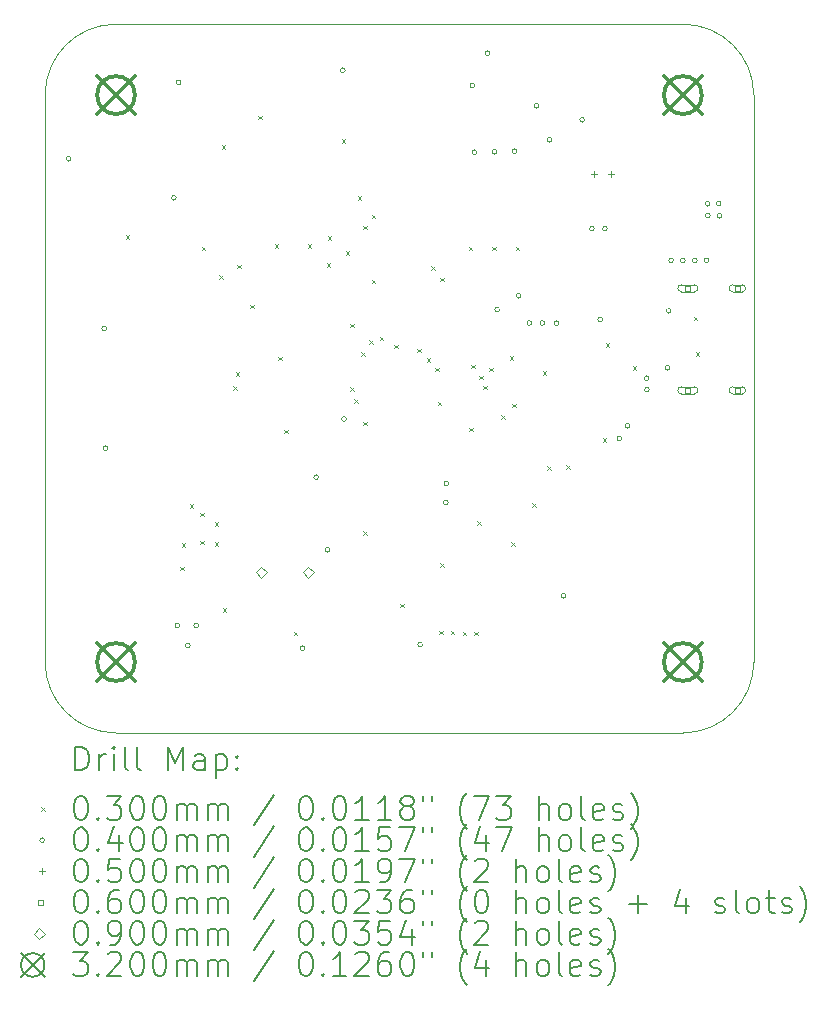
<source format=gbr>
%TF.GenerationSoftware,KiCad,Pcbnew,8.0.4*%
%TF.CreationDate,2024-08-30T21:15:16+02:00*%
%TF.ProjectId,STARGLIDER_MainBoard_rev1,53544152-474c-4494-9445-525f4d61696e,rev?*%
%TF.SameCoordinates,Original*%
%TF.FileFunction,Drillmap*%
%TF.FilePolarity,Positive*%
%FSLAX45Y45*%
G04 Gerber Fmt 4.5, Leading zero omitted, Abs format (unit mm)*
G04 Created by KiCad (PCBNEW 8.0.4) date 2024-08-30 21:15:16*
%MOMM*%
%LPD*%
G01*
G04 APERTURE LIST*
%ADD10C,0.100000*%
%ADD11C,0.200000*%
%ADD12C,0.320000*%
G04 APERTURE END LIST*
D10*
X8300000Y-13700000D02*
G75*
G02*
X7700000Y-13100000I0J600000D01*
G01*
X13700000Y-13100000D02*
G75*
G02*
X13100000Y-13700000I-600000J0D01*
G01*
X7700000Y-13100000D02*
X7700000Y-8300000D01*
X8300000Y-7700000D02*
X13100000Y-7700000D01*
X13100000Y-7700000D02*
G75*
G02*
X13700000Y-8300000I0J-600000D01*
G01*
X13700000Y-8300000D02*
X13700000Y-13100000D01*
X7700000Y-8300000D02*
G75*
G02*
X8300000Y-7700000I600000J0D01*
G01*
X13100000Y-13700000D02*
X8300000Y-13700000D01*
D11*
D10*
X8382500Y-9485000D02*
X8412500Y-9515000D01*
X8412500Y-9485000D02*
X8382500Y-9515000D01*
X8845000Y-12295000D02*
X8875000Y-12325000D01*
X8875000Y-12295000D02*
X8845000Y-12325000D01*
X8855000Y-12095000D02*
X8885000Y-12125000D01*
X8885000Y-12095000D02*
X8855000Y-12125000D01*
X8925000Y-11765000D02*
X8955000Y-11795000D01*
X8955000Y-11765000D02*
X8925000Y-11795000D01*
X9015000Y-11835000D02*
X9045000Y-11865000D01*
X9045000Y-11835000D02*
X9015000Y-11865000D01*
X9015000Y-12075000D02*
X9045000Y-12105000D01*
X9045000Y-12075000D02*
X9015000Y-12105000D01*
X9025000Y-9585000D02*
X9055000Y-9615000D01*
X9055000Y-9585000D02*
X9025000Y-9615000D01*
X9135000Y-11915000D02*
X9165000Y-11945000D01*
X9165000Y-11915000D02*
X9135000Y-11945000D01*
X9135000Y-12085000D02*
X9165000Y-12115000D01*
X9165000Y-12085000D02*
X9135000Y-12115000D01*
X9175000Y-9825000D02*
X9205000Y-9855000D01*
X9205000Y-9825000D02*
X9175000Y-9855000D01*
X9195000Y-8725000D02*
X9225000Y-8755000D01*
X9225000Y-8725000D02*
X9195000Y-8755000D01*
X9205000Y-12645000D02*
X9235000Y-12675000D01*
X9235000Y-12645000D02*
X9205000Y-12675000D01*
X9295000Y-10765000D02*
X9325000Y-10795000D01*
X9325000Y-10765000D02*
X9295000Y-10795000D01*
X9315000Y-10645000D02*
X9345000Y-10675000D01*
X9345000Y-10645000D02*
X9315000Y-10675000D01*
X9325000Y-9735000D02*
X9355000Y-9765000D01*
X9355000Y-9735000D02*
X9325000Y-9765000D01*
X9435000Y-10075000D02*
X9465000Y-10105000D01*
X9465000Y-10075000D02*
X9435000Y-10105000D01*
X9505000Y-8475000D02*
X9535000Y-8505000D01*
X9535000Y-8475000D02*
X9505000Y-8505000D01*
X9645000Y-9565000D02*
X9675000Y-9595000D01*
X9675000Y-9565000D02*
X9645000Y-9595000D01*
X9675000Y-10515000D02*
X9705000Y-10545000D01*
X9705000Y-10515000D02*
X9675000Y-10545000D01*
X9722500Y-11135000D02*
X9752500Y-11165000D01*
X9752500Y-11135000D02*
X9722500Y-11165000D01*
X9805000Y-12845000D02*
X9835000Y-12875000D01*
X9835000Y-12845000D02*
X9805000Y-12875000D01*
X9925000Y-9565000D02*
X9955000Y-9595000D01*
X9955000Y-9565000D02*
X9925000Y-9595000D01*
X10085000Y-9725000D02*
X10115000Y-9755000D01*
X10115000Y-9725000D02*
X10085000Y-9755000D01*
X10092500Y-9495000D02*
X10122500Y-9525000D01*
X10122500Y-9495000D02*
X10092500Y-9525000D01*
X10210000Y-8672500D02*
X10240000Y-8702500D01*
X10240000Y-8672500D02*
X10210000Y-8702500D01*
X10245000Y-9622500D02*
X10275000Y-9652500D01*
X10275000Y-9622500D02*
X10245000Y-9652500D01*
X10283750Y-10236250D02*
X10313750Y-10266250D01*
X10313750Y-10236250D02*
X10283750Y-10266250D01*
X10285000Y-10775000D02*
X10315000Y-10805000D01*
X10315000Y-10775000D02*
X10285000Y-10805000D01*
X10317500Y-10877500D02*
X10347500Y-10907500D01*
X10347500Y-10877500D02*
X10317500Y-10907500D01*
X10345000Y-9155000D02*
X10375000Y-9185000D01*
X10375000Y-9155000D02*
X10345000Y-9185000D01*
X10375000Y-10475000D02*
X10405000Y-10505000D01*
X10405000Y-10475000D02*
X10375000Y-10505000D01*
X10395000Y-9405000D02*
X10425000Y-9435000D01*
X10425000Y-9405000D02*
X10395000Y-9435000D01*
X10395000Y-11065000D02*
X10425000Y-11095000D01*
X10425000Y-11065000D02*
X10395000Y-11095000D01*
X10395000Y-11995000D02*
X10425000Y-12025000D01*
X10425000Y-11995000D02*
X10395000Y-12025000D01*
X10445000Y-10375000D02*
X10475000Y-10405000D01*
X10475000Y-10375000D02*
X10445000Y-10405000D01*
X10465000Y-9315000D02*
X10495000Y-9345000D01*
X10495000Y-9315000D02*
X10465000Y-9345000D01*
X10465000Y-9865000D02*
X10495000Y-9895000D01*
X10495000Y-9865000D02*
X10465000Y-9895000D01*
X10535000Y-10345000D02*
X10565000Y-10375000D01*
X10565000Y-10345000D02*
X10535000Y-10375000D01*
X10655000Y-10415000D02*
X10685000Y-10445000D01*
X10685000Y-10415000D02*
X10655000Y-10445000D01*
X10705000Y-12605000D02*
X10735000Y-12635000D01*
X10735000Y-12605000D02*
X10705000Y-12635000D01*
X10852500Y-10447500D02*
X10882500Y-10477500D01*
X10882500Y-10447500D02*
X10852500Y-10477500D01*
X10932500Y-10527500D02*
X10962500Y-10557500D01*
X10962500Y-10527500D02*
X10932500Y-10557500D01*
X10970000Y-9750000D02*
X11000000Y-9780000D01*
X11000000Y-9750000D02*
X10970000Y-9780000D01*
X11002500Y-10610000D02*
X11032500Y-10640000D01*
X11032500Y-10610000D02*
X11002500Y-10640000D01*
X11025000Y-10895000D02*
X11055000Y-10925000D01*
X11055000Y-10895000D02*
X11025000Y-10925000D01*
X11035000Y-12835000D02*
X11065000Y-12865000D01*
X11065000Y-12835000D02*
X11035000Y-12865000D01*
X11045000Y-9845000D02*
X11075000Y-9875000D01*
X11075000Y-9845000D02*
X11045000Y-9875000D01*
X11045000Y-12265000D02*
X11075000Y-12295000D01*
X11075000Y-12265000D02*
X11045000Y-12295000D01*
X11135000Y-12835000D02*
X11165000Y-12865000D01*
X11165000Y-12835000D02*
X11135000Y-12865000D01*
X11235000Y-12845000D02*
X11265000Y-12875000D01*
X11265000Y-12845000D02*
X11235000Y-12875000D01*
X11285000Y-9585000D02*
X11315000Y-9615000D01*
X11315000Y-9585000D02*
X11285000Y-9615000D01*
X11290000Y-11115000D02*
X11320000Y-11145000D01*
X11320000Y-11115000D02*
X11290000Y-11145000D01*
X11310000Y-10585000D02*
X11340000Y-10615000D01*
X11340000Y-10585000D02*
X11310000Y-10615000D01*
X11335000Y-12845000D02*
X11365000Y-12875000D01*
X11365000Y-12845000D02*
X11335000Y-12875000D01*
X11360000Y-11910000D02*
X11390000Y-11940000D01*
X11390000Y-11910000D02*
X11360000Y-11940000D01*
X11377500Y-10677500D02*
X11407500Y-10707500D01*
X11407500Y-10677500D02*
X11377500Y-10707500D01*
X11407644Y-10762302D02*
X11437644Y-10792302D01*
X11437644Y-10762302D02*
X11407644Y-10792302D01*
X11460000Y-10610000D02*
X11490000Y-10640000D01*
X11490000Y-10610000D02*
X11460000Y-10640000D01*
X11485000Y-9585000D02*
X11515000Y-9615000D01*
X11515000Y-9585000D02*
X11485000Y-9615000D01*
X11560000Y-11010000D02*
X11590000Y-11040000D01*
X11590000Y-11010000D02*
X11560000Y-11040000D01*
X11635000Y-10510000D02*
X11665000Y-10540000D01*
X11665000Y-10510000D02*
X11635000Y-10540000D01*
X11647500Y-12085000D02*
X11677500Y-12115000D01*
X11677500Y-12085000D02*
X11647500Y-12115000D01*
X11655000Y-10912500D02*
X11685000Y-10942500D01*
X11685000Y-10912500D02*
X11655000Y-10942500D01*
X11685000Y-9585000D02*
X11715000Y-9615000D01*
X11715000Y-9585000D02*
X11685000Y-9615000D01*
X11825000Y-11755000D02*
X11855000Y-11785000D01*
X11855000Y-11755000D02*
X11825000Y-11785000D01*
X11915000Y-10640000D02*
X11945000Y-10670000D01*
X11945000Y-10640000D02*
X11915000Y-10670000D01*
X11952500Y-11442500D02*
X11982500Y-11472500D01*
X11982500Y-11442500D02*
X11952500Y-11472500D01*
X12110000Y-11435000D02*
X12140000Y-11465000D01*
X12140000Y-11435000D02*
X12110000Y-11465000D01*
X12420000Y-11207500D02*
X12450000Y-11237500D01*
X12450000Y-11207500D02*
X12420000Y-11237500D01*
X12445000Y-10402500D02*
X12475000Y-10432500D01*
X12475000Y-10402500D02*
X12445000Y-10432500D01*
X12675000Y-10595000D02*
X12705000Y-10625000D01*
X12705000Y-10595000D02*
X12675000Y-10625000D01*
X13192500Y-10177500D02*
X13222500Y-10207500D01*
X13222500Y-10177500D02*
X13192500Y-10207500D01*
X13207500Y-10477500D02*
X13237500Y-10507500D01*
X13237500Y-10477500D02*
X13207500Y-10507500D01*
X7920000Y-8840000D02*
G75*
G02*
X7880000Y-8840000I-20000J0D01*
G01*
X7880000Y-8840000D02*
G75*
G02*
X7920000Y-8840000I20000J0D01*
G01*
X8220000Y-10275000D02*
G75*
G02*
X8180000Y-10275000I-20000J0D01*
G01*
X8180000Y-10275000D02*
G75*
G02*
X8220000Y-10275000I20000J0D01*
G01*
X8233000Y-11289000D02*
G75*
G02*
X8193000Y-11289000I-20000J0D01*
G01*
X8193000Y-11289000D02*
G75*
G02*
X8233000Y-11289000I20000J0D01*
G01*
X8810000Y-9170000D02*
G75*
G02*
X8770000Y-9170000I-20000J0D01*
G01*
X8770000Y-9170000D02*
G75*
G02*
X8810000Y-9170000I20000J0D01*
G01*
X8840000Y-12790000D02*
G75*
G02*
X8800000Y-12790000I-20000J0D01*
G01*
X8800000Y-12790000D02*
G75*
G02*
X8840000Y-12790000I20000J0D01*
G01*
X8850000Y-8192500D02*
G75*
G02*
X8810000Y-8192500I-20000J0D01*
G01*
X8810000Y-8192500D02*
G75*
G02*
X8850000Y-8192500I20000J0D01*
G01*
X8927500Y-12960000D02*
G75*
G02*
X8887500Y-12960000I-20000J0D01*
G01*
X8887500Y-12960000D02*
G75*
G02*
X8927500Y-12960000I20000J0D01*
G01*
X9000000Y-12790000D02*
G75*
G02*
X8960000Y-12790000I-20000J0D01*
G01*
X8960000Y-12790000D02*
G75*
G02*
X9000000Y-12790000I20000J0D01*
G01*
X9900000Y-12982500D02*
G75*
G02*
X9860000Y-12982500I-20000J0D01*
G01*
X9860000Y-12982500D02*
G75*
G02*
X9900000Y-12982500I20000J0D01*
G01*
X10015000Y-11535000D02*
G75*
G02*
X9975000Y-11535000I-20000J0D01*
G01*
X9975000Y-11535000D02*
G75*
G02*
X10015000Y-11535000I20000J0D01*
G01*
X10110000Y-12150000D02*
G75*
G02*
X10070000Y-12150000I-20000J0D01*
G01*
X10070000Y-12150000D02*
G75*
G02*
X10110000Y-12150000I20000J0D01*
G01*
X10240000Y-8090000D02*
G75*
G02*
X10200000Y-8090000I-20000J0D01*
G01*
X10200000Y-8090000D02*
G75*
G02*
X10240000Y-8090000I20000J0D01*
G01*
X10250000Y-11042500D02*
G75*
G02*
X10210000Y-11042500I-20000J0D01*
G01*
X10210000Y-11042500D02*
G75*
G02*
X10250000Y-11042500I20000J0D01*
G01*
X10895000Y-12952500D02*
G75*
G02*
X10855000Y-12952500I-20000J0D01*
G01*
X10855000Y-12952500D02*
G75*
G02*
X10895000Y-12952500I20000J0D01*
G01*
X11112500Y-11750000D02*
G75*
G02*
X11072500Y-11750000I-20000J0D01*
G01*
X11072500Y-11750000D02*
G75*
G02*
X11112500Y-11750000I20000J0D01*
G01*
X11117500Y-11590000D02*
G75*
G02*
X11077500Y-11590000I-20000J0D01*
G01*
X11077500Y-11590000D02*
G75*
G02*
X11117500Y-11590000I20000J0D01*
G01*
X11337500Y-8217500D02*
G75*
G02*
X11297500Y-8217500I-20000J0D01*
G01*
X11297500Y-8217500D02*
G75*
G02*
X11337500Y-8217500I20000J0D01*
G01*
X11354400Y-8784400D02*
G75*
G02*
X11314400Y-8784400I-20000J0D01*
G01*
X11314400Y-8784400D02*
G75*
G02*
X11354400Y-8784400I20000J0D01*
G01*
X11465000Y-7945000D02*
G75*
G02*
X11425000Y-7945000I-20000J0D01*
G01*
X11425000Y-7945000D02*
G75*
G02*
X11465000Y-7945000I20000J0D01*
G01*
X11524400Y-8779400D02*
G75*
G02*
X11484400Y-8779400I-20000J0D01*
G01*
X11484400Y-8779400D02*
G75*
G02*
X11524400Y-8779400I20000J0D01*
G01*
X11547500Y-10117500D02*
G75*
G02*
X11507500Y-10117500I-20000J0D01*
G01*
X11507500Y-10117500D02*
G75*
G02*
X11547500Y-10117500I20000J0D01*
G01*
X11694400Y-8775600D02*
G75*
G02*
X11654400Y-8775600I-20000J0D01*
G01*
X11654400Y-8775600D02*
G75*
G02*
X11694400Y-8775600I20000J0D01*
G01*
X11730000Y-10000000D02*
G75*
G02*
X11690000Y-10000000I-20000J0D01*
G01*
X11690000Y-10000000D02*
G75*
G02*
X11730000Y-10000000I20000J0D01*
G01*
X11820000Y-10230000D02*
G75*
G02*
X11780000Y-10230000I-20000J0D01*
G01*
X11780000Y-10230000D02*
G75*
G02*
X11820000Y-10230000I20000J0D01*
G01*
X11880000Y-8390000D02*
G75*
G02*
X11840000Y-8390000I-20000J0D01*
G01*
X11840000Y-8390000D02*
G75*
G02*
X11880000Y-8390000I20000J0D01*
G01*
X11930000Y-10230000D02*
G75*
G02*
X11890000Y-10230000I-20000J0D01*
G01*
X11890000Y-10230000D02*
G75*
G02*
X11930000Y-10230000I20000J0D01*
G01*
X11990000Y-8680000D02*
G75*
G02*
X11950000Y-8680000I-20000J0D01*
G01*
X11950000Y-8680000D02*
G75*
G02*
X11990000Y-8680000I20000J0D01*
G01*
X12050000Y-10230000D02*
G75*
G02*
X12010000Y-10230000I-20000J0D01*
G01*
X12010000Y-10230000D02*
G75*
G02*
X12050000Y-10230000I20000J0D01*
G01*
X12108750Y-12540000D02*
G75*
G02*
X12068750Y-12540000I-20000J0D01*
G01*
X12068750Y-12540000D02*
G75*
G02*
X12108750Y-12540000I20000J0D01*
G01*
X12267500Y-8510000D02*
G75*
G02*
X12227500Y-8510000I-20000J0D01*
G01*
X12227500Y-8510000D02*
G75*
G02*
X12267500Y-8510000I20000J0D01*
G01*
X12350000Y-9430000D02*
G75*
G02*
X12310000Y-9430000I-20000J0D01*
G01*
X12310000Y-9430000D02*
G75*
G02*
X12350000Y-9430000I20000J0D01*
G01*
X12420000Y-10200000D02*
G75*
G02*
X12380000Y-10200000I-20000J0D01*
G01*
X12380000Y-10200000D02*
G75*
G02*
X12420000Y-10200000I20000J0D01*
G01*
X12460000Y-9430000D02*
G75*
G02*
X12420000Y-9430000I-20000J0D01*
G01*
X12420000Y-9430000D02*
G75*
G02*
X12460000Y-9430000I20000J0D01*
G01*
X12582500Y-11207500D02*
G75*
G02*
X12542500Y-11207500I-20000J0D01*
G01*
X12542500Y-11207500D02*
G75*
G02*
X12582500Y-11207500I20000J0D01*
G01*
X12650000Y-11100000D02*
G75*
G02*
X12610000Y-11100000I-20000J0D01*
G01*
X12610000Y-11100000D02*
G75*
G02*
X12650000Y-11100000I20000J0D01*
G01*
X12813000Y-10698000D02*
G75*
G02*
X12773000Y-10698000I-20000J0D01*
G01*
X12773000Y-10698000D02*
G75*
G02*
X12813000Y-10698000I20000J0D01*
G01*
X12815000Y-10795000D02*
G75*
G02*
X12775000Y-10795000I-20000J0D01*
G01*
X12775000Y-10795000D02*
G75*
G02*
X12815000Y-10795000I20000J0D01*
G01*
X12990000Y-10610000D02*
G75*
G02*
X12950000Y-10610000I-20000J0D01*
G01*
X12950000Y-10610000D02*
G75*
G02*
X12990000Y-10610000I20000J0D01*
G01*
X13000000Y-10127500D02*
G75*
G02*
X12960000Y-10127500I-20000J0D01*
G01*
X12960000Y-10127500D02*
G75*
G02*
X13000000Y-10127500I20000J0D01*
G01*
X13020000Y-9700000D02*
G75*
G02*
X12980000Y-9700000I-20000J0D01*
G01*
X12980000Y-9700000D02*
G75*
G02*
X13020000Y-9700000I20000J0D01*
G01*
X13120000Y-9700000D02*
G75*
G02*
X13080000Y-9700000I-20000J0D01*
G01*
X13080000Y-9700000D02*
G75*
G02*
X13120000Y-9700000I20000J0D01*
G01*
X13220000Y-9700000D02*
G75*
G02*
X13180000Y-9700000I-20000J0D01*
G01*
X13180000Y-9700000D02*
G75*
G02*
X13220000Y-9700000I20000J0D01*
G01*
X13320000Y-9700000D02*
G75*
G02*
X13280000Y-9700000I-20000J0D01*
G01*
X13280000Y-9700000D02*
G75*
G02*
X13320000Y-9700000I20000J0D01*
G01*
X13330000Y-9220000D02*
G75*
G02*
X13290000Y-9220000I-20000J0D01*
G01*
X13290000Y-9220000D02*
G75*
G02*
X13330000Y-9220000I20000J0D01*
G01*
X13330000Y-9320000D02*
G75*
G02*
X13290000Y-9320000I-20000J0D01*
G01*
X13290000Y-9320000D02*
G75*
G02*
X13330000Y-9320000I20000J0D01*
G01*
X13422500Y-9217500D02*
G75*
G02*
X13382500Y-9217500I-20000J0D01*
G01*
X13382500Y-9217500D02*
G75*
G02*
X13422500Y-9217500I20000J0D01*
G01*
X13430000Y-9322500D02*
G75*
G02*
X13390000Y-9322500I-20000J0D01*
G01*
X13390000Y-9322500D02*
G75*
G02*
X13430000Y-9322500I20000J0D01*
G01*
X12350000Y-8945000D02*
X12350000Y-8995000D01*
X12325000Y-8970000D02*
X12375000Y-8970000D01*
X12490000Y-8945000D02*
X12490000Y-8995000D01*
X12465000Y-8970000D02*
X12515000Y-8970000D01*
X13163713Y-9956713D02*
X13163713Y-9914287D01*
X13121287Y-9914287D01*
X13121287Y-9956713D01*
X13163713Y-9956713D01*
X13087500Y-9965500D02*
X13197500Y-9965500D01*
X13197500Y-9905500D02*
G75*
G02*
X13197500Y-9965500I0J-30000D01*
G01*
X13197500Y-9905500D02*
X13087500Y-9905500D01*
X13087500Y-9905500D02*
G75*
G03*
X13087500Y-9965500I0J-30000D01*
G01*
X13163713Y-10820713D02*
X13163713Y-10778287D01*
X13121287Y-10778287D01*
X13121287Y-10820713D01*
X13163713Y-10820713D01*
X13087500Y-10829500D02*
X13197500Y-10829500D01*
X13197500Y-10769500D02*
G75*
G02*
X13197500Y-10829500I0J-30000D01*
G01*
X13197500Y-10769500D02*
X13087500Y-10769500D01*
X13087500Y-10769500D02*
G75*
G03*
X13087500Y-10829500I0J-30000D01*
G01*
X13581713Y-9956713D02*
X13581713Y-9914287D01*
X13539287Y-9914287D01*
X13539287Y-9956713D01*
X13581713Y-9956713D01*
X13520500Y-9965500D02*
X13600500Y-9965500D01*
X13600500Y-9905500D02*
G75*
G02*
X13600500Y-9965500I0J-30000D01*
G01*
X13600500Y-9905500D02*
X13520500Y-9905500D01*
X13520500Y-9905500D02*
G75*
G03*
X13520500Y-9965500I0J-30000D01*
G01*
X13581713Y-10820713D02*
X13581713Y-10778287D01*
X13539287Y-10778287D01*
X13539287Y-10820713D01*
X13581713Y-10820713D01*
X13520500Y-10829500D02*
X13600500Y-10829500D01*
X13600500Y-10769500D02*
G75*
G02*
X13600500Y-10829500I0J-30000D01*
G01*
X13600500Y-10769500D02*
X13520500Y-10769500D01*
X13520500Y-10769500D02*
G75*
G03*
X13520500Y-10829500I0J-30000D01*
G01*
X9530000Y-12385000D02*
X9575000Y-12340000D01*
X9530000Y-12295000D01*
X9485000Y-12340000D01*
X9530000Y-12385000D01*
X9930000Y-12385000D02*
X9975000Y-12340000D01*
X9930000Y-12295000D01*
X9885000Y-12340000D01*
X9930000Y-12385000D01*
D12*
X8140000Y-8140000D02*
X8460000Y-8460000D01*
X8460000Y-8140000D02*
X8140000Y-8460000D01*
X8460000Y-8300000D02*
G75*
G02*
X8140000Y-8300000I-160000J0D01*
G01*
X8140000Y-8300000D02*
G75*
G02*
X8460000Y-8300000I160000J0D01*
G01*
X8140000Y-12940000D02*
X8460000Y-13260000D01*
X8460000Y-12940000D02*
X8140000Y-13260000D01*
X8460000Y-13100000D02*
G75*
G02*
X8140000Y-13100000I-160000J0D01*
G01*
X8140000Y-13100000D02*
G75*
G02*
X8460000Y-13100000I160000J0D01*
G01*
X12940000Y-8140000D02*
X13260000Y-8460000D01*
X13260000Y-8140000D02*
X12940000Y-8460000D01*
X13260000Y-8300000D02*
G75*
G02*
X12940000Y-8300000I-160000J0D01*
G01*
X12940000Y-8300000D02*
G75*
G02*
X13260000Y-8300000I160000J0D01*
G01*
X12940000Y-12940000D02*
X13260000Y-13260000D01*
X13260000Y-12940000D02*
X12940000Y-13260000D01*
X13260000Y-13100000D02*
G75*
G02*
X12940000Y-13100000I-160000J0D01*
G01*
X12940000Y-13100000D02*
G75*
G02*
X13260000Y-13100000I160000J0D01*
G01*
D11*
X7955777Y-14016484D02*
X7955777Y-13816484D01*
X7955777Y-13816484D02*
X8003396Y-13816484D01*
X8003396Y-13816484D02*
X8031967Y-13826008D01*
X8031967Y-13826008D02*
X8051015Y-13845055D01*
X8051015Y-13845055D02*
X8060539Y-13864103D01*
X8060539Y-13864103D02*
X8070062Y-13902198D01*
X8070062Y-13902198D02*
X8070062Y-13930769D01*
X8070062Y-13930769D02*
X8060539Y-13968865D01*
X8060539Y-13968865D02*
X8051015Y-13987912D01*
X8051015Y-13987912D02*
X8031967Y-14006960D01*
X8031967Y-14006960D02*
X8003396Y-14016484D01*
X8003396Y-14016484D02*
X7955777Y-14016484D01*
X8155777Y-14016484D02*
X8155777Y-13883150D01*
X8155777Y-13921246D02*
X8165301Y-13902198D01*
X8165301Y-13902198D02*
X8174824Y-13892674D01*
X8174824Y-13892674D02*
X8193872Y-13883150D01*
X8193872Y-13883150D02*
X8212920Y-13883150D01*
X8279586Y-14016484D02*
X8279586Y-13883150D01*
X8279586Y-13816484D02*
X8270062Y-13826008D01*
X8270062Y-13826008D02*
X8279586Y-13835531D01*
X8279586Y-13835531D02*
X8289110Y-13826008D01*
X8289110Y-13826008D02*
X8279586Y-13816484D01*
X8279586Y-13816484D02*
X8279586Y-13835531D01*
X8403396Y-14016484D02*
X8384348Y-14006960D01*
X8384348Y-14006960D02*
X8374824Y-13987912D01*
X8374824Y-13987912D02*
X8374824Y-13816484D01*
X8508158Y-14016484D02*
X8489110Y-14006960D01*
X8489110Y-14006960D02*
X8479586Y-13987912D01*
X8479586Y-13987912D02*
X8479586Y-13816484D01*
X8736729Y-14016484D02*
X8736729Y-13816484D01*
X8736729Y-13816484D02*
X8803396Y-13959341D01*
X8803396Y-13959341D02*
X8870063Y-13816484D01*
X8870063Y-13816484D02*
X8870063Y-14016484D01*
X9051015Y-14016484D02*
X9051015Y-13911722D01*
X9051015Y-13911722D02*
X9041491Y-13892674D01*
X9041491Y-13892674D02*
X9022444Y-13883150D01*
X9022444Y-13883150D02*
X8984348Y-13883150D01*
X8984348Y-13883150D02*
X8965301Y-13892674D01*
X9051015Y-14006960D02*
X9031967Y-14016484D01*
X9031967Y-14016484D02*
X8984348Y-14016484D01*
X8984348Y-14016484D02*
X8965301Y-14006960D01*
X8965301Y-14006960D02*
X8955777Y-13987912D01*
X8955777Y-13987912D02*
X8955777Y-13968865D01*
X8955777Y-13968865D02*
X8965301Y-13949817D01*
X8965301Y-13949817D02*
X8984348Y-13940293D01*
X8984348Y-13940293D02*
X9031967Y-13940293D01*
X9031967Y-13940293D02*
X9051015Y-13930769D01*
X9146253Y-13883150D02*
X9146253Y-14083150D01*
X9146253Y-13892674D02*
X9165301Y-13883150D01*
X9165301Y-13883150D02*
X9203396Y-13883150D01*
X9203396Y-13883150D02*
X9222444Y-13892674D01*
X9222444Y-13892674D02*
X9231967Y-13902198D01*
X9231967Y-13902198D02*
X9241491Y-13921246D01*
X9241491Y-13921246D02*
X9241491Y-13978388D01*
X9241491Y-13978388D02*
X9231967Y-13997436D01*
X9231967Y-13997436D02*
X9222444Y-14006960D01*
X9222444Y-14006960D02*
X9203396Y-14016484D01*
X9203396Y-14016484D02*
X9165301Y-14016484D01*
X9165301Y-14016484D02*
X9146253Y-14006960D01*
X9327205Y-13997436D02*
X9336729Y-14006960D01*
X9336729Y-14006960D02*
X9327205Y-14016484D01*
X9327205Y-14016484D02*
X9317682Y-14006960D01*
X9317682Y-14006960D02*
X9327205Y-13997436D01*
X9327205Y-13997436D02*
X9327205Y-14016484D01*
X9327205Y-13892674D02*
X9336729Y-13902198D01*
X9336729Y-13902198D02*
X9327205Y-13911722D01*
X9327205Y-13911722D02*
X9317682Y-13902198D01*
X9317682Y-13902198D02*
X9327205Y-13892674D01*
X9327205Y-13892674D02*
X9327205Y-13911722D01*
D10*
X7665000Y-14330000D02*
X7695000Y-14360000D01*
X7695000Y-14330000D02*
X7665000Y-14360000D01*
D11*
X7993872Y-14236484D02*
X8012920Y-14236484D01*
X8012920Y-14236484D02*
X8031967Y-14246008D01*
X8031967Y-14246008D02*
X8041491Y-14255531D01*
X8041491Y-14255531D02*
X8051015Y-14274579D01*
X8051015Y-14274579D02*
X8060539Y-14312674D01*
X8060539Y-14312674D02*
X8060539Y-14360293D01*
X8060539Y-14360293D02*
X8051015Y-14398388D01*
X8051015Y-14398388D02*
X8041491Y-14417436D01*
X8041491Y-14417436D02*
X8031967Y-14426960D01*
X8031967Y-14426960D02*
X8012920Y-14436484D01*
X8012920Y-14436484D02*
X7993872Y-14436484D01*
X7993872Y-14436484D02*
X7974824Y-14426960D01*
X7974824Y-14426960D02*
X7965301Y-14417436D01*
X7965301Y-14417436D02*
X7955777Y-14398388D01*
X7955777Y-14398388D02*
X7946253Y-14360293D01*
X7946253Y-14360293D02*
X7946253Y-14312674D01*
X7946253Y-14312674D02*
X7955777Y-14274579D01*
X7955777Y-14274579D02*
X7965301Y-14255531D01*
X7965301Y-14255531D02*
X7974824Y-14246008D01*
X7974824Y-14246008D02*
X7993872Y-14236484D01*
X8146253Y-14417436D02*
X8155777Y-14426960D01*
X8155777Y-14426960D02*
X8146253Y-14436484D01*
X8146253Y-14436484D02*
X8136729Y-14426960D01*
X8136729Y-14426960D02*
X8146253Y-14417436D01*
X8146253Y-14417436D02*
X8146253Y-14436484D01*
X8222443Y-14236484D02*
X8346253Y-14236484D01*
X8346253Y-14236484D02*
X8279586Y-14312674D01*
X8279586Y-14312674D02*
X8308158Y-14312674D01*
X8308158Y-14312674D02*
X8327205Y-14322198D01*
X8327205Y-14322198D02*
X8336729Y-14331722D01*
X8336729Y-14331722D02*
X8346253Y-14350769D01*
X8346253Y-14350769D02*
X8346253Y-14398388D01*
X8346253Y-14398388D02*
X8336729Y-14417436D01*
X8336729Y-14417436D02*
X8327205Y-14426960D01*
X8327205Y-14426960D02*
X8308158Y-14436484D01*
X8308158Y-14436484D02*
X8251015Y-14436484D01*
X8251015Y-14436484D02*
X8231967Y-14426960D01*
X8231967Y-14426960D02*
X8222443Y-14417436D01*
X8470063Y-14236484D02*
X8489110Y-14236484D01*
X8489110Y-14236484D02*
X8508158Y-14246008D01*
X8508158Y-14246008D02*
X8517682Y-14255531D01*
X8517682Y-14255531D02*
X8527205Y-14274579D01*
X8527205Y-14274579D02*
X8536729Y-14312674D01*
X8536729Y-14312674D02*
X8536729Y-14360293D01*
X8536729Y-14360293D02*
X8527205Y-14398388D01*
X8527205Y-14398388D02*
X8517682Y-14417436D01*
X8517682Y-14417436D02*
X8508158Y-14426960D01*
X8508158Y-14426960D02*
X8489110Y-14436484D01*
X8489110Y-14436484D02*
X8470063Y-14436484D01*
X8470063Y-14436484D02*
X8451015Y-14426960D01*
X8451015Y-14426960D02*
X8441491Y-14417436D01*
X8441491Y-14417436D02*
X8431967Y-14398388D01*
X8431967Y-14398388D02*
X8422444Y-14360293D01*
X8422444Y-14360293D02*
X8422444Y-14312674D01*
X8422444Y-14312674D02*
X8431967Y-14274579D01*
X8431967Y-14274579D02*
X8441491Y-14255531D01*
X8441491Y-14255531D02*
X8451015Y-14246008D01*
X8451015Y-14246008D02*
X8470063Y-14236484D01*
X8660539Y-14236484D02*
X8679586Y-14236484D01*
X8679586Y-14236484D02*
X8698634Y-14246008D01*
X8698634Y-14246008D02*
X8708158Y-14255531D01*
X8708158Y-14255531D02*
X8717682Y-14274579D01*
X8717682Y-14274579D02*
X8727205Y-14312674D01*
X8727205Y-14312674D02*
X8727205Y-14360293D01*
X8727205Y-14360293D02*
X8717682Y-14398388D01*
X8717682Y-14398388D02*
X8708158Y-14417436D01*
X8708158Y-14417436D02*
X8698634Y-14426960D01*
X8698634Y-14426960D02*
X8679586Y-14436484D01*
X8679586Y-14436484D02*
X8660539Y-14436484D01*
X8660539Y-14436484D02*
X8641491Y-14426960D01*
X8641491Y-14426960D02*
X8631967Y-14417436D01*
X8631967Y-14417436D02*
X8622444Y-14398388D01*
X8622444Y-14398388D02*
X8612920Y-14360293D01*
X8612920Y-14360293D02*
X8612920Y-14312674D01*
X8612920Y-14312674D02*
X8622444Y-14274579D01*
X8622444Y-14274579D02*
X8631967Y-14255531D01*
X8631967Y-14255531D02*
X8641491Y-14246008D01*
X8641491Y-14246008D02*
X8660539Y-14236484D01*
X8812920Y-14436484D02*
X8812920Y-14303150D01*
X8812920Y-14322198D02*
X8822444Y-14312674D01*
X8822444Y-14312674D02*
X8841491Y-14303150D01*
X8841491Y-14303150D02*
X8870063Y-14303150D01*
X8870063Y-14303150D02*
X8889110Y-14312674D01*
X8889110Y-14312674D02*
X8898634Y-14331722D01*
X8898634Y-14331722D02*
X8898634Y-14436484D01*
X8898634Y-14331722D02*
X8908158Y-14312674D01*
X8908158Y-14312674D02*
X8927205Y-14303150D01*
X8927205Y-14303150D02*
X8955777Y-14303150D01*
X8955777Y-14303150D02*
X8974825Y-14312674D01*
X8974825Y-14312674D02*
X8984348Y-14331722D01*
X8984348Y-14331722D02*
X8984348Y-14436484D01*
X9079586Y-14436484D02*
X9079586Y-14303150D01*
X9079586Y-14322198D02*
X9089110Y-14312674D01*
X9089110Y-14312674D02*
X9108158Y-14303150D01*
X9108158Y-14303150D02*
X9136729Y-14303150D01*
X9136729Y-14303150D02*
X9155777Y-14312674D01*
X9155777Y-14312674D02*
X9165301Y-14331722D01*
X9165301Y-14331722D02*
X9165301Y-14436484D01*
X9165301Y-14331722D02*
X9174825Y-14312674D01*
X9174825Y-14312674D02*
X9193872Y-14303150D01*
X9193872Y-14303150D02*
X9222444Y-14303150D01*
X9222444Y-14303150D02*
X9241491Y-14312674D01*
X9241491Y-14312674D02*
X9251015Y-14331722D01*
X9251015Y-14331722D02*
X9251015Y-14436484D01*
X9641491Y-14226960D02*
X9470063Y-14484103D01*
X9898634Y-14236484D02*
X9917682Y-14236484D01*
X9917682Y-14236484D02*
X9936729Y-14246008D01*
X9936729Y-14246008D02*
X9946253Y-14255531D01*
X9946253Y-14255531D02*
X9955777Y-14274579D01*
X9955777Y-14274579D02*
X9965301Y-14312674D01*
X9965301Y-14312674D02*
X9965301Y-14360293D01*
X9965301Y-14360293D02*
X9955777Y-14398388D01*
X9955777Y-14398388D02*
X9946253Y-14417436D01*
X9946253Y-14417436D02*
X9936729Y-14426960D01*
X9936729Y-14426960D02*
X9917682Y-14436484D01*
X9917682Y-14436484D02*
X9898634Y-14436484D01*
X9898634Y-14436484D02*
X9879587Y-14426960D01*
X9879587Y-14426960D02*
X9870063Y-14417436D01*
X9870063Y-14417436D02*
X9860539Y-14398388D01*
X9860539Y-14398388D02*
X9851015Y-14360293D01*
X9851015Y-14360293D02*
X9851015Y-14312674D01*
X9851015Y-14312674D02*
X9860539Y-14274579D01*
X9860539Y-14274579D02*
X9870063Y-14255531D01*
X9870063Y-14255531D02*
X9879587Y-14246008D01*
X9879587Y-14246008D02*
X9898634Y-14236484D01*
X10051015Y-14417436D02*
X10060539Y-14426960D01*
X10060539Y-14426960D02*
X10051015Y-14436484D01*
X10051015Y-14436484D02*
X10041491Y-14426960D01*
X10041491Y-14426960D02*
X10051015Y-14417436D01*
X10051015Y-14417436D02*
X10051015Y-14436484D01*
X10184348Y-14236484D02*
X10203396Y-14236484D01*
X10203396Y-14236484D02*
X10222444Y-14246008D01*
X10222444Y-14246008D02*
X10231968Y-14255531D01*
X10231968Y-14255531D02*
X10241491Y-14274579D01*
X10241491Y-14274579D02*
X10251015Y-14312674D01*
X10251015Y-14312674D02*
X10251015Y-14360293D01*
X10251015Y-14360293D02*
X10241491Y-14398388D01*
X10241491Y-14398388D02*
X10231968Y-14417436D01*
X10231968Y-14417436D02*
X10222444Y-14426960D01*
X10222444Y-14426960D02*
X10203396Y-14436484D01*
X10203396Y-14436484D02*
X10184348Y-14436484D01*
X10184348Y-14436484D02*
X10165301Y-14426960D01*
X10165301Y-14426960D02*
X10155777Y-14417436D01*
X10155777Y-14417436D02*
X10146253Y-14398388D01*
X10146253Y-14398388D02*
X10136729Y-14360293D01*
X10136729Y-14360293D02*
X10136729Y-14312674D01*
X10136729Y-14312674D02*
X10146253Y-14274579D01*
X10146253Y-14274579D02*
X10155777Y-14255531D01*
X10155777Y-14255531D02*
X10165301Y-14246008D01*
X10165301Y-14246008D02*
X10184348Y-14236484D01*
X10441491Y-14436484D02*
X10327206Y-14436484D01*
X10384348Y-14436484D02*
X10384348Y-14236484D01*
X10384348Y-14236484D02*
X10365301Y-14265055D01*
X10365301Y-14265055D02*
X10346253Y-14284103D01*
X10346253Y-14284103D02*
X10327206Y-14293627D01*
X10631968Y-14436484D02*
X10517682Y-14436484D01*
X10574825Y-14436484D02*
X10574825Y-14236484D01*
X10574825Y-14236484D02*
X10555777Y-14265055D01*
X10555777Y-14265055D02*
X10536729Y-14284103D01*
X10536729Y-14284103D02*
X10517682Y-14293627D01*
X10746253Y-14322198D02*
X10727206Y-14312674D01*
X10727206Y-14312674D02*
X10717682Y-14303150D01*
X10717682Y-14303150D02*
X10708158Y-14284103D01*
X10708158Y-14284103D02*
X10708158Y-14274579D01*
X10708158Y-14274579D02*
X10717682Y-14255531D01*
X10717682Y-14255531D02*
X10727206Y-14246008D01*
X10727206Y-14246008D02*
X10746253Y-14236484D01*
X10746253Y-14236484D02*
X10784349Y-14236484D01*
X10784349Y-14236484D02*
X10803396Y-14246008D01*
X10803396Y-14246008D02*
X10812920Y-14255531D01*
X10812920Y-14255531D02*
X10822444Y-14274579D01*
X10822444Y-14274579D02*
X10822444Y-14284103D01*
X10822444Y-14284103D02*
X10812920Y-14303150D01*
X10812920Y-14303150D02*
X10803396Y-14312674D01*
X10803396Y-14312674D02*
X10784349Y-14322198D01*
X10784349Y-14322198D02*
X10746253Y-14322198D01*
X10746253Y-14322198D02*
X10727206Y-14331722D01*
X10727206Y-14331722D02*
X10717682Y-14341246D01*
X10717682Y-14341246D02*
X10708158Y-14360293D01*
X10708158Y-14360293D02*
X10708158Y-14398388D01*
X10708158Y-14398388D02*
X10717682Y-14417436D01*
X10717682Y-14417436D02*
X10727206Y-14426960D01*
X10727206Y-14426960D02*
X10746253Y-14436484D01*
X10746253Y-14436484D02*
X10784349Y-14436484D01*
X10784349Y-14436484D02*
X10803396Y-14426960D01*
X10803396Y-14426960D02*
X10812920Y-14417436D01*
X10812920Y-14417436D02*
X10822444Y-14398388D01*
X10822444Y-14398388D02*
X10822444Y-14360293D01*
X10822444Y-14360293D02*
X10812920Y-14341246D01*
X10812920Y-14341246D02*
X10803396Y-14331722D01*
X10803396Y-14331722D02*
X10784349Y-14322198D01*
X10898634Y-14236484D02*
X10898634Y-14274579D01*
X10974825Y-14236484D02*
X10974825Y-14274579D01*
X11270063Y-14512674D02*
X11260539Y-14503150D01*
X11260539Y-14503150D02*
X11241491Y-14474579D01*
X11241491Y-14474579D02*
X11231968Y-14455531D01*
X11231968Y-14455531D02*
X11222444Y-14426960D01*
X11222444Y-14426960D02*
X11212920Y-14379341D01*
X11212920Y-14379341D02*
X11212920Y-14341246D01*
X11212920Y-14341246D02*
X11222444Y-14293627D01*
X11222444Y-14293627D02*
X11231968Y-14265055D01*
X11231968Y-14265055D02*
X11241491Y-14246008D01*
X11241491Y-14246008D02*
X11260539Y-14217436D01*
X11260539Y-14217436D02*
X11270063Y-14207912D01*
X11327206Y-14236484D02*
X11460539Y-14236484D01*
X11460539Y-14236484D02*
X11374825Y-14436484D01*
X11517682Y-14236484D02*
X11641491Y-14236484D01*
X11641491Y-14236484D02*
X11574825Y-14312674D01*
X11574825Y-14312674D02*
X11603396Y-14312674D01*
X11603396Y-14312674D02*
X11622444Y-14322198D01*
X11622444Y-14322198D02*
X11631968Y-14331722D01*
X11631968Y-14331722D02*
X11641491Y-14350769D01*
X11641491Y-14350769D02*
X11641491Y-14398388D01*
X11641491Y-14398388D02*
X11631968Y-14417436D01*
X11631968Y-14417436D02*
X11622444Y-14426960D01*
X11622444Y-14426960D02*
X11603396Y-14436484D01*
X11603396Y-14436484D02*
X11546253Y-14436484D01*
X11546253Y-14436484D02*
X11527206Y-14426960D01*
X11527206Y-14426960D02*
X11517682Y-14417436D01*
X11879587Y-14436484D02*
X11879587Y-14236484D01*
X11965301Y-14436484D02*
X11965301Y-14331722D01*
X11965301Y-14331722D02*
X11955777Y-14312674D01*
X11955777Y-14312674D02*
X11936730Y-14303150D01*
X11936730Y-14303150D02*
X11908158Y-14303150D01*
X11908158Y-14303150D02*
X11889110Y-14312674D01*
X11889110Y-14312674D02*
X11879587Y-14322198D01*
X12089110Y-14436484D02*
X12070063Y-14426960D01*
X12070063Y-14426960D02*
X12060539Y-14417436D01*
X12060539Y-14417436D02*
X12051015Y-14398388D01*
X12051015Y-14398388D02*
X12051015Y-14341246D01*
X12051015Y-14341246D02*
X12060539Y-14322198D01*
X12060539Y-14322198D02*
X12070063Y-14312674D01*
X12070063Y-14312674D02*
X12089110Y-14303150D01*
X12089110Y-14303150D02*
X12117682Y-14303150D01*
X12117682Y-14303150D02*
X12136730Y-14312674D01*
X12136730Y-14312674D02*
X12146253Y-14322198D01*
X12146253Y-14322198D02*
X12155777Y-14341246D01*
X12155777Y-14341246D02*
X12155777Y-14398388D01*
X12155777Y-14398388D02*
X12146253Y-14417436D01*
X12146253Y-14417436D02*
X12136730Y-14426960D01*
X12136730Y-14426960D02*
X12117682Y-14436484D01*
X12117682Y-14436484D02*
X12089110Y-14436484D01*
X12270063Y-14436484D02*
X12251015Y-14426960D01*
X12251015Y-14426960D02*
X12241491Y-14407912D01*
X12241491Y-14407912D02*
X12241491Y-14236484D01*
X12422444Y-14426960D02*
X12403396Y-14436484D01*
X12403396Y-14436484D02*
X12365301Y-14436484D01*
X12365301Y-14436484D02*
X12346253Y-14426960D01*
X12346253Y-14426960D02*
X12336730Y-14407912D01*
X12336730Y-14407912D02*
X12336730Y-14331722D01*
X12336730Y-14331722D02*
X12346253Y-14312674D01*
X12346253Y-14312674D02*
X12365301Y-14303150D01*
X12365301Y-14303150D02*
X12403396Y-14303150D01*
X12403396Y-14303150D02*
X12422444Y-14312674D01*
X12422444Y-14312674D02*
X12431968Y-14331722D01*
X12431968Y-14331722D02*
X12431968Y-14350769D01*
X12431968Y-14350769D02*
X12336730Y-14369817D01*
X12508158Y-14426960D02*
X12527206Y-14436484D01*
X12527206Y-14436484D02*
X12565301Y-14436484D01*
X12565301Y-14436484D02*
X12584349Y-14426960D01*
X12584349Y-14426960D02*
X12593872Y-14407912D01*
X12593872Y-14407912D02*
X12593872Y-14398388D01*
X12593872Y-14398388D02*
X12584349Y-14379341D01*
X12584349Y-14379341D02*
X12565301Y-14369817D01*
X12565301Y-14369817D02*
X12536730Y-14369817D01*
X12536730Y-14369817D02*
X12517682Y-14360293D01*
X12517682Y-14360293D02*
X12508158Y-14341246D01*
X12508158Y-14341246D02*
X12508158Y-14331722D01*
X12508158Y-14331722D02*
X12517682Y-14312674D01*
X12517682Y-14312674D02*
X12536730Y-14303150D01*
X12536730Y-14303150D02*
X12565301Y-14303150D01*
X12565301Y-14303150D02*
X12584349Y-14312674D01*
X12660539Y-14512674D02*
X12670063Y-14503150D01*
X12670063Y-14503150D02*
X12689111Y-14474579D01*
X12689111Y-14474579D02*
X12698634Y-14455531D01*
X12698634Y-14455531D02*
X12708158Y-14426960D01*
X12708158Y-14426960D02*
X12717682Y-14379341D01*
X12717682Y-14379341D02*
X12717682Y-14341246D01*
X12717682Y-14341246D02*
X12708158Y-14293627D01*
X12708158Y-14293627D02*
X12698634Y-14265055D01*
X12698634Y-14265055D02*
X12689111Y-14246008D01*
X12689111Y-14246008D02*
X12670063Y-14217436D01*
X12670063Y-14217436D02*
X12660539Y-14207912D01*
D10*
X7695000Y-14609000D02*
G75*
G02*
X7655000Y-14609000I-20000J0D01*
G01*
X7655000Y-14609000D02*
G75*
G02*
X7695000Y-14609000I20000J0D01*
G01*
D11*
X7993872Y-14500484D02*
X8012920Y-14500484D01*
X8012920Y-14500484D02*
X8031967Y-14510008D01*
X8031967Y-14510008D02*
X8041491Y-14519531D01*
X8041491Y-14519531D02*
X8051015Y-14538579D01*
X8051015Y-14538579D02*
X8060539Y-14576674D01*
X8060539Y-14576674D02*
X8060539Y-14624293D01*
X8060539Y-14624293D02*
X8051015Y-14662388D01*
X8051015Y-14662388D02*
X8041491Y-14681436D01*
X8041491Y-14681436D02*
X8031967Y-14690960D01*
X8031967Y-14690960D02*
X8012920Y-14700484D01*
X8012920Y-14700484D02*
X7993872Y-14700484D01*
X7993872Y-14700484D02*
X7974824Y-14690960D01*
X7974824Y-14690960D02*
X7965301Y-14681436D01*
X7965301Y-14681436D02*
X7955777Y-14662388D01*
X7955777Y-14662388D02*
X7946253Y-14624293D01*
X7946253Y-14624293D02*
X7946253Y-14576674D01*
X7946253Y-14576674D02*
X7955777Y-14538579D01*
X7955777Y-14538579D02*
X7965301Y-14519531D01*
X7965301Y-14519531D02*
X7974824Y-14510008D01*
X7974824Y-14510008D02*
X7993872Y-14500484D01*
X8146253Y-14681436D02*
X8155777Y-14690960D01*
X8155777Y-14690960D02*
X8146253Y-14700484D01*
X8146253Y-14700484D02*
X8136729Y-14690960D01*
X8136729Y-14690960D02*
X8146253Y-14681436D01*
X8146253Y-14681436D02*
X8146253Y-14700484D01*
X8327205Y-14567150D02*
X8327205Y-14700484D01*
X8279586Y-14490960D02*
X8231967Y-14633817D01*
X8231967Y-14633817D02*
X8355777Y-14633817D01*
X8470063Y-14500484D02*
X8489110Y-14500484D01*
X8489110Y-14500484D02*
X8508158Y-14510008D01*
X8508158Y-14510008D02*
X8517682Y-14519531D01*
X8517682Y-14519531D02*
X8527205Y-14538579D01*
X8527205Y-14538579D02*
X8536729Y-14576674D01*
X8536729Y-14576674D02*
X8536729Y-14624293D01*
X8536729Y-14624293D02*
X8527205Y-14662388D01*
X8527205Y-14662388D02*
X8517682Y-14681436D01*
X8517682Y-14681436D02*
X8508158Y-14690960D01*
X8508158Y-14690960D02*
X8489110Y-14700484D01*
X8489110Y-14700484D02*
X8470063Y-14700484D01*
X8470063Y-14700484D02*
X8451015Y-14690960D01*
X8451015Y-14690960D02*
X8441491Y-14681436D01*
X8441491Y-14681436D02*
X8431967Y-14662388D01*
X8431967Y-14662388D02*
X8422444Y-14624293D01*
X8422444Y-14624293D02*
X8422444Y-14576674D01*
X8422444Y-14576674D02*
X8431967Y-14538579D01*
X8431967Y-14538579D02*
X8441491Y-14519531D01*
X8441491Y-14519531D02*
X8451015Y-14510008D01*
X8451015Y-14510008D02*
X8470063Y-14500484D01*
X8660539Y-14500484D02*
X8679586Y-14500484D01*
X8679586Y-14500484D02*
X8698634Y-14510008D01*
X8698634Y-14510008D02*
X8708158Y-14519531D01*
X8708158Y-14519531D02*
X8717682Y-14538579D01*
X8717682Y-14538579D02*
X8727205Y-14576674D01*
X8727205Y-14576674D02*
X8727205Y-14624293D01*
X8727205Y-14624293D02*
X8717682Y-14662388D01*
X8717682Y-14662388D02*
X8708158Y-14681436D01*
X8708158Y-14681436D02*
X8698634Y-14690960D01*
X8698634Y-14690960D02*
X8679586Y-14700484D01*
X8679586Y-14700484D02*
X8660539Y-14700484D01*
X8660539Y-14700484D02*
X8641491Y-14690960D01*
X8641491Y-14690960D02*
X8631967Y-14681436D01*
X8631967Y-14681436D02*
X8622444Y-14662388D01*
X8622444Y-14662388D02*
X8612920Y-14624293D01*
X8612920Y-14624293D02*
X8612920Y-14576674D01*
X8612920Y-14576674D02*
X8622444Y-14538579D01*
X8622444Y-14538579D02*
X8631967Y-14519531D01*
X8631967Y-14519531D02*
X8641491Y-14510008D01*
X8641491Y-14510008D02*
X8660539Y-14500484D01*
X8812920Y-14700484D02*
X8812920Y-14567150D01*
X8812920Y-14586198D02*
X8822444Y-14576674D01*
X8822444Y-14576674D02*
X8841491Y-14567150D01*
X8841491Y-14567150D02*
X8870063Y-14567150D01*
X8870063Y-14567150D02*
X8889110Y-14576674D01*
X8889110Y-14576674D02*
X8898634Y-14595722D01*
X8898634Y-14595722D02*
X8898634Y-14700484D01*
X8898634Y-14595722D02*
X8908158Y-14576674D01*
X8908158Y-14576674D02*
X8927205Y-14567150D01*
X8927205Y-14567150D02*
X8955777Y-14567150D01*
X8955777Y-14567150D02*
X8974825Y-14576674D01*
X8974825Y-14576674D02*
X8984348Y-14595722D01*
X8984348Y-14595722D02*
X8984348Y-14700484D01*
X9079586Y-14700484D02*
X9079586Y-14567150D01*
X9079586Y-14586198D02*
X9089110Y-14576674D01*
X9089110Y-14576674D02*
X9108158Y-14567150D01*
X9108158Y-14567150D02*
X9136729Y-14567150D01*
X9136729Y-14567150D02*
X9155777Y-14576674D01*
X9155777Y-14576674D02*
X9165301Y-14595722D01*
X9165301Y-14595722D02*
X9165301Y-14700484D01*
X9165301Y-14595722D02*
X9174825Y-14576674D01*
X9174825Y-14576674D02*
X9193872Y-14567150D01*
X9193872Y-14567150D02*
X9222444Y-14567150D01*
X9222444Y-14567150D02*
X9241491Y-14576674D01*
X9241491Y-14576674D02*
X9251015Y-14595722D01*
X9251015Y-14595722D02*
X9251015Y-14700484D01*
X9641491Y-14490960D02*
X9470063Y-14748103D01*
X9898634Y-14500484D02*
X9917682Y-14500484D01*
X9917682Y-14500484D02*
X9936729Y-14510008D01*
X9936729Y-14510008D02*
X9946253Y-14519531D01*
X9946253Y-14519531D02*
X9955777Y-14538579D01*
X9955777Y-14538579D02*
X9965301Y-14576674D01*
X9965301Y-14576674D02*
X9965301Y-14624293D01*
X9965301Y-14624293D02*
X9955777Y-14662388D01*
X9955777Y-14662388D02*
X9946253Y-14681436D01*
X9946253Y-14681436D02*
X9936729Y-14690960D01*
X9936729Y-14690960D02*
X9917682Y-14700484D01*
X9917682Y-14700484D02*
X9898634Y-14700484D01*
X9898634Y-14700484D02*
X9879587Y-14690960D01*
X9879587Y-14690960D02*
X9870063Y-14681436D01*
X9870063Y-14681436D02*
X9860539Y-14662388D01*
X9860539Y-14662388D02*
X9851015Y-14624293D01*
X9851015Y-14624293D02*
X9851015Y-14576674D01*
X9851015Y-14576674D02*
X9860539Y-14538579D01*
X9860539Y-14538579D02*
X9870063Y-14519531D01*
X9870063Y-14519531D02*
X9879587Y-14510008D01*
X9879587Y-14510008D02*
X9898634Y-14500484D01*
X10051015Y-14681436D02*
X10060539Y-14690960D01*
X10060539Y-14690960D02*
X10051015Y-14700484D01*
X10051015Y-14700484D02*
X10041491Y-14690960D01*
X10041491Y-14690960D02*
X10051015Y-14681436D01*
X10051015Y-14681436D02*
X10051015Y-14700484D01*
X10184348Y-14500484D02*
X10203396Y-14500484D01*
X10203396Y-14500484D02*
X10222444Y-14510008D01*
X10222444Y-14510008D02*
X10231968Y-14519531D01*
X10231968Y-14519531D02*
X10241491Y-14538579D01*
X10241491Y-14538579D02*
X10251015Y-14576674D01*
X10251015Y-14576674D02*
X10251015Y-14624293D01*
X10251015Y-14624293D02*
X10241491Y-14662388D01*
X10241491Y-14662388D02*
X10231968Y-14681436D01*
X10231968Y-14681436D02*
X10222444Y-14690960D01*
X10222444Y-14690960D02*
X10203396Y-14700484D01*
X10203396Y-14700484D02*
X10184348Y-14700484D01*
X10184348Y-14700484D02*
X10165301Y-14690960D01*
X10165301Y-14690960D02*
X10155777Y-14681436D01*
X10155777Y-14681436D02*
X10146253Y-14662388D01*
X10146253Y-14662388D02*
X10136729Y-14624293D01*
X10136729Y-14624293D02*
X10136729Y-14576674D01*
X10136729Y-14576674D02*
X10146253Y-14538579D01*
X10146253Y-14538579D02*
X10155777Y-14519531D01*
X10155777Y-14519531D02*
X10165301Y-14510008D01*
X10165301Y-14510008D02*
X10184348Y-14500484D01*
X10441491Y-14700484D02*
X10327206Y-14700484D01*
X10384348Y-14700484D02*
X10384348Y-14500484D01*
X10384348Y-14500484D02*
X10365301Y-14529055D01*
X10365301Y-14529055D02*
X10346253Y-14548103D01*
X10346253Y-14548103D02*
X10327206Y-14557627D01*
X10622444Y-14500484D02*
X10527206Y-14500484D01*
X10527206Y-14500484D02*
X10517682Y-14595722D01*
X10517682Y-14595722D02*
X10527206Y-14586198D01*
X10527206Y-14586198D02*
X10546253Y-14576674D01*
X10546253Y-14576674D02*
X10593872Y-14576674D01*
X10593872Y-14576674D02*
X10612920Y-14586198D01*
X10612920Y-14586198D02*
X10622444Y-14595722D01*
X10622444Y-14595722D02*
X10631968Y-14614769D01*
X10631968Y-14614769D02*
X10631968Y-14662388D01*
X10631968Y-14662388D02*
X10622444Y-14681436D01*
X10622444Y-14681436D02*
X10612920Y-14690960D01*
X10612920Y-14690960D02*
X10593872Y-14700484D01*
X10593872Y-14700484D02*
X10546253Y-14700484D01*
X10546253Y-14700484D02*
X10527206Y-14690960D01*
X10527206Y-14690960D02*
X10517682Y-14681436D01*
X10698634Y-14500484D02*
X10831968Y-14500484D01*
X10831968Y-14500484D02*
X10746253Y-14700484D01*
X10898634Y-14500484D02*
X10898634Y-14538579D01*
X10974825Y-14500484D02*
X10974825Y-14538579D01*
X11270063Y-14776674D02*
X11260539Y-14767150D01*
X11260539Y-14767150D02*
X11241491Y-14738579D01*
X11241491Y-14738579D02*
X11231968Y-14719531D01*
X11231968Y-14719531D02*
X11222444Y-14690960D01*
X11222444Y-14690960D02*
X11212920Y-14643341D01*
X11212920Y-14643341D02*
X11212920Y-14605246D01*
X11212920Y-14605246D02*
X11222444Y-14557627D01*
X11222444Y-14557627D02*
X11231968Y-14529055D01*
X11231968Y-14529055D02*
X11241491Y-14510008D01*
X11241491Y-14510008D02*
X11260539Y-14481436D01*
X11260539Y-14481436D02*
X11270063Y-14471912D01*
X11431968Y-14567150D02*
X11431968Y-14700484D01*
X11384348Y-14490960D02*
X11336729Y-14633817D01*
X11336729Y-14633817D02*
X11460539Y-14633817D01*
X11517682Y-14500484D02*
X11651015Y-14500484D01*
X11651015Y-14500484D02*
X11565301Y-14700484D01*
X11879587Y-14700484D02*
X11879587Y-14500484D01*
X11965301Y-14700484D02*
X11965301Y-14595722D01*
X11965301Y-14595722D02*
X11955777Y-14576674D01*
X11955777Y-14576674D02*
X11936730Y-14567150D01*
X11936730Y-14567150D02*
X11908158Y-14567150D01*
X11908158Y-14567150D02*
X11889110Y-14576674D01*
X11889110Y-14576674D02*
X11879587Y-14586198D01*
X12089110Y-14700484D02*
X12070063Y-14690960D01*
X12070063Y-14690960D02*
X12060539Y-14681436D01*
X12060539Y-14681436D02*
X12051015Y-14662388D01*
X12051015Y-14662388D02*
X12051015Y-14605246D01*
X12051015Y-14605246D02*
X12060539Y-14586198D01*
X12060539Y-14586198D02*
X12070063Y-14576674D01*
X12070063Y-14576674D02*
X12089110Y-14567150D01*
X12089110Y-14567150D02*
X12117682Y-14567150D01*
X12117682Y-14567150D02*
X12136730Y-14576674D01*
X12136730Y-14576674D02*
X12146253Y-14586198D01*
X12146253Y-14586198D02*
X12155777Y-14605246D01*
X12155777Y-14605246D02*
X12155777Y-14662388D01*
X12155777Y-14662388D02*
X12146253Y-14681436D01*
X12146253Y-14681436D02*
X12136730Y-14690960D01*
X12136730Y-14690960D02*
X12117682Y-14700484D01*
X12117682Y-14700484D02*
X12089110Y-14700484D01*
X12270063Y-14700484D02*
X12251015Y-14690960D01*
X12251015Y-14690960D02*
X12241491Y-14671912D01*
X12241491Y-14671912D02*
X12241491Y-14500484D01*
X12422444Y-14690960D02*
X12403396Y-14700484D01*
X12403396Y-14700484D02*
X12365301Y-14700484D01*
X12365301Y-14700484D02*
X12346253Y-14690960D01*
X12346253Y-14690960D02*
X12336730Y-14671912D01*
X12336730Y-14671912D02*
X12336730Y-14595722D01*
X12336730Y-14595722D02*
X12346253Y-14576674D01*
X12346253Y-14576674D02*
X12365301Y-14567150D01*
X12365301Y-14567150D02*
X12403396Y-14567150D01*
X12403396Y-14567150D02*
X12422444Y-14576674D01*
X12422444Y-14576674D02*
X12431968Y-14595722D01*
X12431968Y-14595722D02*
X12431968Y-14614769D01*
X12431968Y-14614769D02*
X12336730Y-14633817D01*
X12508158Y-14690960D02*
X12527206Y-14700484D01*
X12527206Y-14700484D02*
X12565301Y-14700484D01*
X12565301Y-14700484D02*
X12584349Y-14690960D01*
X12584349Y-14690960D02*
X12593872Y-14671912D01*
X12593872Y-14671912D02*
X12593872Y-14662388D01*
X12593872Y-14662388D02*
X12584349Y-14643341D01*
X12584349Y-14643341D02*
X12565301Y-14633817D01*
X12565301Y-14633817D02*
X12536730Y-14633817D01*
X12536730Y-14633817D02*
X12517682Y-14624293D01*
X12517682Y-14624293D02*
X12508158Y-14605246D01*
X12508158Y-14605246D02*
X12508158Y-14595722D01*
X12508158Y-14595722D02*
X12517682Y-14576674D01*
X12517682Y-14576674D02*
X12536730Y-14567150D01*
X12536730Y-14567150D02*
X12565301Y-14567150D01*
X12565301Y-14567150D02*
X12584349Y-14576674D01*
X12660539Y-14776674D02*
X12670063Y-14767150D01*
X12670063Y-14767150D02*
X12689111Y-14738579D01*
X12689111Y-14738579D02*
X12698634Y-14719531D01*
X12698634Y-14719531D02*
X12708158Y-14690960D01*
X12708158Y-14690960D02*
X12717682Y-14643341D01*
X12717682Y-14643341D02*
X12717682Y-14605246D01*
X12717682Y-14605246D02*
X12708158Y-14557627D01*
X12708158Y-14557627D02*
X12698634Y-14529055D01*
X12698634Y-14529055D02*
X12689111Y-14510008D01*
X12689111Y-14510008D02*
X12670063Y-14481436D01*
X12670063Y-14481436D02*
X12660539Y-14471912D01*
D10*
X7670000Y-14848000D02*
X7670000Y-14898000D01*
X7645000Y-14873000D02*
X7695000Y-14873000D01*
D11*
X7993872Y-14764484D02*
X8012920Y-14764484D01*
X8012920Y-14764484D02*
X8031967Y-14774008D01*
X8031967Y-14774008D02*
X8041491Y-14783531D01*
X8041491Y-14783531D02*
X8051015Y-14802579D01*
X8051015Y-14802579D02*
X8060539Y-14840674D01*
X8060539Y-14840674D02*
X8060539Y-14888293D01*
X8060539Y-14888293D02*
X8051015Y-14926388D01*
X8051015Y-14926388D02*
X8041491Y-14945436D01*
X8041491Y-14945436D02*
X8031967Y-14954960D01*
X8031967Y-14954960D02*
X8012920Y-14964484D01*
X8012920Y-14964484D02*
X7993872Y-14964484D01*
X7993872Y-14964484D02*
X7974824Y-14954960D01*
X7974824Y-14954960D02*
X7965301Y-14945436D01*
X7965301Y-14945436D02*
X7955777Y-14926388D01*
X7955777Y-14926388D02*
X7946253Y-14888293D01*
X7946253Y-14888293D02*
X7946253Y-14840674D01*
X7946253Y-14840674D02*
X7955777Y-14802579D01*
X7955777Y-14802579D02*
X7965301Y-14783531D01*
X7965301Y-14783531D02*
X7974824Y-14774008D01*
X7974824Y-14774008D02*
X7993872Y-14764484D01*
X8146253Y-14945436D02*
X8155777Y-14954960D01*
X8155777Y-14954960D02*
X8146253Y-14964484D01*
X8146253Y-14964484D02*
X8136729Y-14954960D01*
X8136729Y-14954960D02*
X8146253Y-14945436D01*
X8146253Y-14945436D02*
X8146253Y-14964484D01*
X8336729Y-14764484D02*
X8241491Y-14764484D01*
X8241491Y-14764484D02*
X8231967Y-14859722D01*
X8231967Y-14859722D02*
X8241491Y-14850198D01*
X8241491Y-14850198D02*
X8260539Y-14840674D01*
X8260539Y-14840674D02*
X8308158Y-14840674D01*
X8308158Y-14840674D02*
X8327205Y-14850198D01*
X8327205Y-14850198D02*
X8336729Y-14859722D01*
X8336729Y-14859722D02*
X8346253Y-14878769D01*
X8346253Y-14878769D02*
X8346253Y-14926388D01*
X8346253Y-14926388D02*
X8336729Y-14945436D01*
X8336729Y-14945436D02*
X8327205Y-14954960D01*
X8327205Y-14954960D02*
X8308158Y-14964484D01*
X8308158Y-14964484D02*
X8260539Y-14964484D01*
X8260539Y-14964484D02*
X8241491Y-14954960D01*
X8241491Y-14954960D02*
X8231967Y-14945436D01*
X8470063Y-14764484D02*
X8489110Y-14764484D01*
X8489110Y-14764484D02*
X8508158Y-14774008D01*
X8508158Y-14774008D02*
X8517682Y-14783531D01*
X8517682Y-14783531D02*
X8527205Y-14802579D01*
X8527205Y-14802579D02*
X8536729Y-14840674D01*
X8536729Y-14840674D02*
X8536729Y-14888293D01*
X8536729Y-14888293D02*
X8527205Y-14926388D01*
X8527205Y-14926388D02*
X8517682Y-14945436D01*
X8517682Y-14945436D02*
X8508158Y-14954960D01*
X8508158Y-14954960D02*
X8489110Y-14964484D01*
X8489110Y-14964484D02*
X8470063Y-14964484D01*
X8470063Y-14964484D02*
X8451015Y-14954960D01*
X8451015Y-14954960D02*
X8441491Y-14945436D01*
X8441491Y-14945436D02*
X8431967Y-14926388D01*
X8431967Y-14926388D02*
X8422444Y-14888293D01*
X8422444Y-14888293D02*
X8422444Y-14840674D01*
X8422444Y-14840674D02*
X8431967Y-14802579D01*
X8431967Y-14802579D02*
X8441491Y-14783531D01*
X8441491Y-14783531D02*
X8451015Y-14774008D01*
X8451015Y-14774008D02*
X8470063Y-14764484D01*
X8660539Y-14764484D02*
X8679586Y-14764484D01*
X8679586Y-14764484D02*
X8698634Y-14774008D01*
X8698634Y-14774008D02*
X8708158Y-14783531D01*
X8708158Y-14783531D02*
X8717682Y-14802579D01*
X8717682Y-14802579D02*
X8727205Y-14840674D01*
X8727205Y-14840674D02*
X8727205Y-14888293D01*
X8727205Y-14888293D02*
X8717682Y-14926388D01*
X8717682Y-14926388D02*
X8708158Y-14945436D01*
X8708158Y-14945436D02*
X8698634Y-14954960D01*
X8698634Y-14954960D02*
X8679586Y-14964484D01*
X8679586Y-14964484D02*
X8660539Y-14964484D01*
X8660539Y-14964484D02*
X8641491Y-14954960D01*
X8641491Y-14954960D02*
X8631967Y-14945436D01*
X8631967Y-14945436D02*
X8622444Y-14926388D01*
X8622444Y-14926388D02*
X8612920Y-14888293D01*
X8612920Y-14888293D02*
X8612920Y-14840674D01*
X8612920Y-14840674D02*
X8622444Y-14802579D01*
X8622444Y-14802579D02*
X8631967Y-14783531D01*
X8631967Y-14783531D02*
X8641491Y-14774008D01*
X8641491Y-14774008D02*
X8660539Y-14764484D01*
X8812920Y-14964484D02*
X8812920Y-14831150D01*
X8812920Y-14850198D02*
X8822444Y-14840674D01*
X8822444Y-14840674D02*
X8841491Y-14831150D01*
X8841491Y-14831150D02*
X8870063Y-14831150D01*
X8870063Y-14831150D02*
X8889110Y-14840674D01*
X8889110Y-14840674D02*
X8898634Y-14859722D01*
X8898634Y-14859722D02*
X8898634Y-14964484D01*
X8898634Y-14859722D02*
X8908158Y-14840674D01*
X8908158Y-14840674D02*
X8927205Y-14831150D01*
X8927205Y-14831150D02*
X8955777Y-14831150D01*
X8955777Y-14831150D02*
X8974825Y-14840674D01*
X8974825Y-14840674D02*
X8984348Y-14859722D01*
X8984348Y-14859722D02*
X8984348Y-14964484D01*
X9079586Y-14964484D02*
X9079586Y-14831150D01*
X9079586Y-14850198D02*
X9089110Y-14840674D01*
X9089110Y-14840674D02*
X9108158Y-14831150D01*
X9108158Y-14831150D02*
X9136729Y-14831150D01*
X9136729Y-14831150D02*
X9155777Y-14840674D01*
X9155777Y-14840674D02*
X9165301Y-14859722D01*
X9165301Y-14859722D02*
X9165301Y-14964484D01*
X9165301Y-14859722D02*
X9174825Y-14840674D01*
X9174825Y-14840674D02*
X9193872Y-14831150D01*
X9193872Y-14831150D02*
X9222444Y-14831150D01*
X9222444Y-14831150D02*
X9241491Y-14840674D01*
X9241491Y-14840674D02*
X9251015Y-14859722D01*
X9251015Y-14859722D02*
X9251015Y-14964484D01*
X9641491Y-14754960D02*
X9470063Y-15012103D01*
X9898634Y-14764484D02*
X9917682Y-14764484D01*
X9917682Y-14764484D02*
X9936729Y-14774008D01*
X9936729Y-14774008D02*
X9946253Y-14783531D01*
X9946253Y-14783531D02*
X9955777Y-14802579D01*
X9955777Y-14802579D02*
X9965301Y-14840674D01*
X9965301Y-14840674D02*
X9965301Y-14888293D01*
X9965301Y-14888293D02*
X9955777Y-14926388D01*
X9955777Y-14926388D02*
X9946253Y-14945436D01*
X9946253Y-14945436D02*
X9936729Y-14954960D01*
X9936729Y-14954960D02*
X9917682Y-14964484D01*
X9917682Y-14964484D02*
X9898634Y-14964484D01*
X9898634Y-14964484D02*
X9879587Y-14954960D01*
X9879587Y-14954960D02*
X9870063Y-14945436D01*
X9870063Y-14945436D02*
X9860539Y-14926388D01*
X9860539Y-14926388D02*
X9851015Y-14888293D01*
X9851015Y-14888293D02*
X9851015Y-14840674D01*
X9851015Y-14840674D02*
X9860539Y-14802579D01*
X9860539Y-14802579D02*
X9870063Y-14783531D01*
X9870063Y-14783531D02*
X9879587Y-14774008D01*
X9879587Y-14774008D02*
X9898634Y-14764484D01*
X10051015Y-14945436D02*
X10060539Y-14954960D01*
X10060539Y-14954960D02*
X10051015Y-14964484D01*
X10051015Y-14964484D02*
X10041491Y-14954960D01*
X10041491Y-14954960D02*
X10051015Y-14945436D01*
X10051015Y-14945436D02*
X10051015Y-14964484D01*
X10184348Y-14764484D02*
X10203396Y-14764484D01*
X10203396Y-14764484D02*
X10222444Y-14774008D01*
X10222444Y-14774008D02*
X10231968Y-14783531D01*
X10231968Y-14783531D02*
X10241491Y-14802579D01*
X10241491Y-14802579D02*
X10251015Y-14840674D01*
X10251015Y-14840674D02*
X10251015Y-14888293D01*
X10251015Y-14888293D02*
X10241491Y-14926388D01*
X10241491Y-14926388D02*
X10231968Y-14945436D01*
X10231968Y-14945436D02*
X10222444Y-14954960D01*
X10222444Y-14954960D02*
X10203396Y-14964484D01*
X10203396Y-14964484D02*
X10184348Y-14964484D01*
X10184348Y-14964484D02*
X10165301Y-14954960D01*
X10165301Y-14954960D02*
X10155777Y-14945436D01*
X10155777Y-14945436D02*
X10146253Y-14926388D01*
X10146253Y-14926388D02*
X10136729Y-14888293D01*
X10136729Y-14888293D02*
X10136729Y-14840674D01*
X10136729Y-14840674D02*
X10146253Y-14802579D01*
X10146253Y-14802579D02*
X10155777Y-14783531D01*
X10155777Y-14783531D02*
X10165301Y-14774008D01*
X10165301Y-14774008D02*
X10184348Y-14764484D01*
X10441491Y-14964484D02*
X10327206Y-14964484D01*
X10384348Y-14964484D02*
X10384348Y-14764484D01*
X10384348Y-14764484D02*
X10365301Y-14793055D01*
X10365301Y-14793055D02*
X10346253Y-14812103D01*
X10346253Y-14812103D02*
X10327206Y-14821627D01*
X10536729Y-14964484D02*
X10574825Y-14964484D01*
X10574825Y-14964484D02*
X10593872Y-14954960D01*
X10593872Y-14954960D02*
X10603396Y-14945436D01*
X10603396Y-14945436D02*
X10622444Y-14916865D01*
X10622444Y-14916865D02*
X10631968Y-14878769D01*
X10631968Y-14878769D02*
X10631968Y-14802579D01*
X10631968Y-14802579D02*
X10622444Y-14783531D01*
X10622444Y-14783531D02*
X10612920Y-14774008D01*
X10612920Y-14774008D02*
X10593872Y-14764484D01*
X10593872Y-14764484D02*
X10555777Y-14764484D01*
X10555777Y-14764484D02*
X10536729Y-14774008D01*
X10536729Y-14774008D02*
X10527206Y-14783531D01*
X10527206Y-14783531D02*
X10517682Y-14802579D01*
X10517682Y-14802579D02*
X10517682Y-14850198D01*
X10517682Y-14850198D02*
X10527206Y-14869246D01*
X10527206Y-14869246D02*
X10536729Y-14878769D01*
X10536729Y-14878769D02*
X10555777Y-14888293D01*
X10555777Y-14888293D02*
X10593872Y-14888293D01*
X10593872Y-14888293D02*
X10612920Y-14878769D01*
X10612920Y-14878769D02*
X10622444Y-14869246D01*
X10622444Y-14869246D02*
X10631968Y-14850198D01*
X10698634Y-14764484D02*
X10831968Y-14764484D01*
X10831968Y-14764484D02*
X10746253Y-14964484D01*
X10898634Y-14764484D02*
X10898634Y-14802579D01*
X10974825Y-14764484D02*
X10974825Y-14802579D01*
X11270063Y-15040674D02*
X11260539Y-15031150D01*
X11260539Y-15031150D02*
X11241491Y-15002579D01*
X11241491Y-15002579D02*
X11231968Y-14983531D01*
X11231968Y-14983531D02*
X11222444Y-14954960D01*
X11222444Y-14954960D02*
X11212920Y-14907341D01*
X11212920Y-14907341D02*
X11212920Y-14869246D01*
X11212920Y-14869246D02*
X11222444Y-14821627D01*
X11222444Y-14821627D02*
X11231968Y-14793055D01*
X11231968Y-14793055D02*
X11241491Y-14774008D01*
X11241491Y-14774008D02*
X11260539Y-14745436D01*
X11260539Y-14745436D02*
X11270063Y-14735912D01*
X11336729Y-14783531D02*
X11346253Y-14774008D01*
X11346253Y-14774008D02*
X11365301Y-14764484D01*
X11365301Y-14764484D02*
X11412920Y-14764484D01*
X11412920Y-14764484D02*
X11431968Y-14774008D01*
X11431968Y-14774008D02*
X11441491Y-14783531D01*
X11441491Y-14783531D02*
X11451015Y-14802579D01*
X11451015Y-14802579D02*
X11451015Y-14821627D01*
X11451015Y-14821627D02*
X11441491Y-14850198D01*
X11441491Y-14850198D02*
X11327206Y-14964484D01*
X11327206Y-14964484D02*
X11451015Y-14964484D01*
X11689110Y-14964484D02*
X11689110Y-14764484D01*
X11774825Y-14964484D02*
X11774825Y-14859722D01*
X11774825Y-14859722D02*
X11765301Y-14840674D01*
X11765301Y-14840674D02*
X11746253Y-14831150D01*
X11746253Y-14831150D02*
X11717682Y-14831150D01*
X11717682Y-14831150D02*
X11698634Y-14840674D01*
X11698634Y-14840674D02*
X11689110Y-14850198D01*
X11898634Y-14964484D02*
X11879587Y-14954960D01*
X11879587Y-14954960D02*
X11870063Y-14945436D01*
X11870063Y-14945436D02*
X11860539Y-14926388D01*
X11860539Y-14926388D02*
X11860539Y-14869246D01*
X11860539Y-14869246D02*
X11870063Y-14850198D01*
X11870063Y-14850198D02*
X11879587Y-14840674D01*
X11879587Y-14840674D02*
X11898634Y-14831150D01*
X11898634Y-14831150D02*
X11927206Y-14831150D01*
X11927206Y-14831150D02*
X11946253Y-14840674D01*
X11946253Y-14840674D02*
X11955777Y-14850198D01*
X11955777Y-14850198D02*
X11965301Y-14869246D01*
X11965301Y-14869246D02*
X11965301Y-14926388D01*
X11965301Y-14926388D02*
X11955777Y-14945436D01*
X11955777Y-14945436D02*
X11946253Y-14954960D01*
X11946253Y-14954960D02*
X11927206Y-14964484D01*
X11927206Y-14964484D02*
X11898634Y-14964484D01*
X12079587Y-14964484D02*
X12060539Y-14954960D01*
X12060539Y-14954960D02*
X12051015Y-14935912D01*
X12051015Y-14935912D02*
X12051015Y-14764484D01*
X12231968Y-14954960D02*
X12212920Y-14964484D01*
X12212920Y-14964484D02*
X12174825Y-14964484D01*
X12174825Y-14964484D02*
X12155777Y-14954960D01*
X12155777Y-14954960D02*
X12146253Y-14935912D01*
X12146253Y-14935912D02*
X12146253Y-14859722D01*
X12146253Y-14859722D02*
X12155777Y-14840674D01*
X12155777Y-14840674D02*
X12174825Y-14831150D01*
X12174825Y-14831150D02*
X12212920Y-14831150D01*
X12212920Y-14831150D02*
X12231968Y-14840674D01*
X12231968Y-14840674D02*
X12241491Y-14859722D01*
X12241491Y-14859722D02*
X12241491Y-14878769D01*
X12241491Y-14878769D02*
X12146253Y-14897817D01*
X12317682Y-14954960D02*
X12336730Y-14964484D01*
X12336730Y-14964484D02*
X12374825Y-14964484D01*
X12374825Y-14964484D02*
X12393872Y-14954960D01*
X12393872Y-14954960D02*
X12403396Y-14935912D01*
X12403396Y-14935912D02*
X12403396Y-14926388D01*
X12403396Y-14926388D02*
X12393872Y-14907341D01*
X12393872Y-14907341D02*
X12374825Y-14897817D01*
X12374825Y-14897817D02*
X12346253Y-14897817D01*
X12346253Y-14897817D02*
X12327206Y-14888293D01*
X12327206Y-14888293D02*
X12317682Y-14869246D01*
X12317682Y-14869246D02*
X12317682Y-14859722D01*
X12317682Y-14859722D02*
X12327206Y-14840674D01*
X12327206Y-14840674D02*
X12346253Y-14831150D01*
X12346253Y-14831150D02*
X12374825Y-14831150D01*
X12374825Y-14831150D02*
X12393872Y-14840674D01*
X12470063Y-15040674D02*
X12479587Y-15031150D01*
X12479587Y-15031150D02*
X12498634Y-15002579D01*
X12498634Y-15002579D02*
X12508158Y-14983531D01*
X12508158Y-14983531D02*
X12517682Y-14954960D01*
X12517682Y-14954960D02*
X12527206Y-14907341D01*
X12527206Y-14907341D02*
X12527206Y-14869246D01*
X12527206Y-14869246D02*
X12517682Y-14821627D01*
X12517682Y-14821627D02*
X12508158Y-14793055D01*
X12508158Y-14793055D02*
X12498634Y-14774008D01*
X12498634Y-14774008D02*
X12479587Y-14745436D01*
X12479587Y-14745436D02*
X12470063Y-14735912D01*
D10*
X7686213Y-15158213D02*
X7686213Y-15115787D01*
X7643787Y-15115787D01*
X7643787Y-15158213D01*
X7686213Y-15158213D01*
D11*
X7993872Y-15028484D02*
X8012920Y-15028484D01*
X8012920Y-15028484D02*
X8031967Y-15038008D01*
X8031967Y-15038008D02*
X8041491Y-15047531D01*
X8041491Y-15047531D02*
X8051015Y-15066579D01*
X8051015Y-15066579D02*
X8060539Y-15104674D01*
X8060539Y-15104674D02*
X8060539Y-15152293D01*
X8060539Y-15152293D02*
X8051015Y-15190388D01*
X8051015Y-15190388D02*
X8041491Y-15209436D01*
X8041491Y-15209436D02*
X8031967Y-15218960D01*
X8031967Y-15218960D02*
X8012920Y-15228484D01*
X8012920Y-15228484D02*
X7993872Y-15228484D01*
X7993872Y-15228484D02*
X7974824Y-15218960D01*
X7974824Y-15218960D02*
X7965301Y-15209436D01*
X7965301Y-15209436D02*
X7955777Y-15190388D01*
X7955777Y-15190388D02*
X7946253Y-15152293D01*
X7946253Y-15152293D02*
X7946253Y-15104674D01*
X7946253Y-15104674D02*
X7955777Y-15066579D01*
X7955777Y-15066579D02*
X7965301Y-15047531D01*
X7965301Y-15047531D02*
X7974824Y-15038008D01*
X7974824Y-15038008D02*
X7993872Y-15028484D01*
X8146253Y-15209436D02*
X8155777Y-15218960D01*
X8155777Y-15218960D02*
X8146253Y-15228484D01*
X8146253Y-15228484D02*
X8136729Y-15218960D01*
X8136729Y-15218960D02*
X8146253Y-15209436D01*
X8146253Y-15209436D02*
X8146253Y-15228484D01*
X8327205Y-15028484D02*
X8289110Y-15028484D01*
X8289110Y-15028484D02*
X8270062Y-15038008D01*
X8270062Y-15038008D02*
X8260539Y-15047531D01*
X8260539Y-15047531D02*
X8241491Y-15076103D01*
X8241491Y-15076103D02*
X8231967Y-15114198D01*
X8231967Y-15114198D02*
X8231967Y-15190388D01*
X8231967Y-15190388D02*
X8241491Y-15209436D01*
X8241491Y-15209436D02*
X8251015Y-15218960D01*
X8251015Y-15218960D02*
X8270062Y-15228484D01*
X8270062Y-15228484D02*
X8308158Y-15228484D01*
X8308158Y-15228484D02*
X8327205Y-15218960D01*
X8327205Y-15218960D02*
X8336729Y-15209436D01*
X8336729Y-15209436D02*
X8346253Y-15190388D01*
X8346253Y-15190388D02*
X8346253Y-15142769D01*
X8346253Y-15142769D02*
X8336729Y-15123722D01*
X8336729Y-15123722D02*
X8327205Y-15114198D01*
X8327205Y-15114198D02*
X8308158Y-15104674D01*
X8308158Y-15104674D02*
X8270062Y-15104674D01*
X8270062Y-15104674D02*
X8251015Y-15114198D01*
X8251015Y-15114198D02*
X8241491Y-15123722D01*
X8241491Y-15123722D02*
X8231967Y-15142769D01*
X8470063Y-15028484D02*
X8489110Y-15028484D01*
X8489110Y-15028484D02*
X8508158Y-15038008D01*
X8508158Y-15038008D02*
X8517682Y-15047531D01*
X8517682Y-15047531D02*
X8527205Y-15066579D01*
X8527205Y-15066579D02*
X8536729Y-15104674D01*
X8536729Y-15104674D02*
X8536729Y-15152293D01*
X8536729Y-15152293D02*
X8527205Y-15190388D01*
X8527205Y-15190388D02*
X8517682Y-15209436D01*
X8517682Y-15209436D02*
X8508158Y-15218960D01*
X8508158Y-15218960D02*
X8489110Y-15228484D01*
X8489110Y-15228484D02*
X8470063Y-15228484D01*
X8470063Y-15228484D02*
X8451015Y-15218960D01*
X8451015Y-15218960D02*
X8441491Y-15209436D01*
X8441491Y-15209436D02*
X8431967Y-15190388D01*
X8431967Y-15190388D02*
X8422444Y-15152293D01*
X8422444Y-15152293D02*
X8422444Y-15104674D01*
X8422444Y-15104674D02*
X8431967Y-15066579D01*
X8431967Y-15066579D02*
X8441491Y-15047531D01*
X8441491Y-15047531D02*
X8451015Y-15038008D01*
X8451015Y-15038008D02*
X8470063Y-15028484D01*
X8660539Y-15028484D02*
X8679586Y-15028484D01*
X8679586Y-15028484D02*
X8698634Y-15038008D01*
X8698634Y-15038008D02*
X8708158Y-15047531D01*
X8708158Y-15047531D02*
X8717682Y-15066579D01*
X8717682Y-15066579D02*
X8727205Y-15104674D01*
X8727205Y-15104674D02*
X8727205Y-15152293D01*
X8727205Y-15152293D02*
X8717682Y-15190388D01*
X8717682Y-15190388D02*
X8708158Y-15209436D01*
X8708158Y-15209436D02*
X8698634Y-15218960D01*
X8698634Y-15218960D02*
X8679586Y-15228484D01*
X8679586Y-15228484D02*
X8660539Y-15228484D01*
X8660539Y-15228484D02*
X8641491Y-15218960D01*
X8641491Y-15218960D02*
X8631967Y-15209436D01*
X8631967Y-15209436D02*
X8622444Y-15190388D01*
X8622444Y-15190388D02*
X8612920Y-15152293D01*
X8612920Y-15152293D02*
X8612920Y-15104674D01*
X8612920Y-15104674D02*
X8622444Y-15066579D01*
X8622444Y-15066579D02*
X8631967Y-15047531D01*
X8631967Y-15047531D02*
X8641491Y-15038008D01*
X8641491Y-15038008D02*
X8660539Y-15028484D01*
X8812920Y-15228484D02*
X8812920Y-15095150D01*
X8812920Y-15114198D02*
X8822444Y-15104674D01*
X8822444Y-15104674D02*
X8841491Y-15095150D01*
X8841491Y-15095150D02*
X8870063Y-15095150D01*
X8870063Y-15095150D02*
X8889110Y-15104674D01*
X8889110Y-15104674D02*
X8898634Y-15123722D01*
X8898634Y-15123722D02*
X8898634Y-15228484D01*
X8898634Y-15123722D02*
X8908158Y-15104674D01*
X8908158Y-15104674D02*
X8927205Y-15095150D01*
X8927205Y-15095150D02*
X8955777Y-15095150D01*
X8955777Y-15095150D02*
X8974825Y-15104674D01*
X8974825Y-15104674D02*
X8984348Y-15123722D01*
X8984348Y-15123722D02*
X8984348Y-15228484D01*
X9079586Y-15228484D02*
X9079586Y-15095150D01*
X9079586Y-15114198D02*
X9089110Y-15104674D01*
X9089110Y-15104674D02*
X9108158Y-15095150D01*
X9108158Y-15095150D02*
X9136729Y-15095150D01*
X9136729Y-15095150D02*
X9155777Y-15104674D01*
X9155777Y-15104674D02*
X9165301Y-15123722D01*
X9165301Y-15123722D02*
X9165301Y-15228484D01*
X9165301Y-15123722D02*
X9174825Y-15104674D01*
X9174825Y-15104674D02*
X9193872Y-15095150D01*
X9193872Y-15095150D02*
X9222444Y-15095150D01*
X9222444Y-15095150D02*
X9241491Y-15104674D01*
X9241491Y-15104674D02*
X9251015Y-15123722D01*
X9251015Y-15123722D02*
X9251015Y-15228484D01*
X9641491Y-15018960D02*
X9470063Y-15276103D01*
X9898634Y-15028484D02*
X9917682Y-15028484D01*
X9917682Y-15028484D02*
X9936729Y-15038008D01*
X9936729Y-15038008D02*
X9946253Y-15047531D01*
X9946253Y-15047531D02*
X9955777Y-15066579D01*
X9955777Y-15066579D02*
X9965301Y-15104674D01*
X9965301Y-15104674D02*
X9965301Y-15152293D01*
X9965301Y-15152293D02*
X9955777Y-15190388D01*
X9955777Y-15190388D02*
X9946253Y-15209436D01*
X9946253Y-15209436D02*
X9936729Y-15218960D01*
X9936729Y-15218960D02*
X9917682Y-15228484D01*
X9917682Y-15228484D02*
X9898634Y-15228484D01*
X9898634Y-15228484D02*
X9879587Y-15218960D01*
X9879587Y-15218960D02*
X9870063Y-15209436D01*
X9870063Y-15209436D02*
X9860539Y-15190388D01*
X9860539Y-15190388D02*
X9851015Y-15152293D01*
X9851015Y-15152293D02*
X9851015Y-15104674D01*
X9851015Y-15104674D02*
X9860539Y-15066579D01*
X9860539Y-15066579D02*
X9870063Y-15047531D01*
X9870063Y-15047531D02*
X9879587Y-15038008D01*
X9879587Y-15038008D02*
X9898634Y-15028484D01*
X10051015Y-15209436D02*
X10060539Y-15218960D01*
X10060539Y-15218960D02*
X10051015Y-15228484D01*
X10051015Y-15228484D02*
X10041491Y-15218960D01*
X10041491Y-15218960D02*
X10051015Y-15209436D01*
X10051015Y-15209436D02*
X10051015Y-15228484D01*
X10184348Y-15028484D02*
X10203396Y-15028484D01*
X10203396Y-15028484D02*
X10222444Y-15038008D01*
X10222444Y-15038008D02*
X10231968Y-15047531D01*
X10231968Y-15047531D02*
X10241491Y-15066579D01*
X10241491Y-15066579D02*
X10251015Y-15104674D01*
X10251015Y-15104674D02*
X10251015Y-15152293D01*
X10251015Y-15152293D02*
X10241491Y-15190388D01*
X10241491Y-15190388D02*
X10231968Y-15209436D01*
X10231968Y-15209436D02*
X10222444Y-15218960D01*
X10222444Y-15218960D02*
X10203396Y-15228484D01*
X10203396Y-15228484D02*
X10184348Y-15228484D01*
X10184348Y-15228484D02*
X10165301Y-15218960D01*
X10165301Y-15218960D02*
X10155777Y-15209436D01*
X10155777Y-15209436D02*
X10146253Y-15190388D01*
X10146253Y-15190388D02*
X10136729Y-15152293D01*
X10136729Y-15152293D02*
X10136729Y-15104674D01*
X10136729Y-15104674D02*
X10146253Y-15066579D01*
X10146253Y-15066579D02*
X10155777Y-15047531D01*
X10155777Y-15047531D02*
X10165301Y-15038008D01*
X10165301Y-15038008D02*
X10184348Y-15028484D01*
X10327206Y-15047531D02*
X10336729Y-15038008D01*
X10336729Y-15038008D02*
X10355777Y-15028484D01*
X10355777Y-15028484D02*
X10403396Y-15028484D01*
X10403396Y-15028484D02*
X10422444Y-15038008D01*
X10422444Y-15038008D02*
X10431968Y-15047531D01*
X10431968Y-15047531D02*
X10441491Y-15066579D01*
X10441491Y-15066579D02*
X10441491Y-15085627D01*
X10441491Y-15085627D02*
X10431968Y-15114198D01*
X10431968Y-15114198D02*
X10317682Y-15228484D01*
X10317682Y-15228484D02*
X10441491Y-15228484D01*
X10508158Y-15028484D02*
X10631968Y-15028484D01*
X10631968Y-15028484D02*
X10565301Y-15104674D01*
X10565301Y-15104674D02*
X10593872Y-15104674D01*
X10593872Y-15104674D02*
X10612920Y-15114198D01*
X10612920Y-15114198D02*
X10622444Y-15123722D01*
X10622444Y-15123722D02*
X10631968Y-15142769D01*
X10631968Y-15142769D02*
X10631968Y-15190388D01*
X10631968Y-15190388D02*
X10622444Y-15209436D01*
X10622444Y-15209436D02*
X10612920Y-15218960D01*
X10612920Y-15218960D02*
X10593872Y-15228484D01*
X10593872Y-15228484D02*
X10536729Y-15228484D01*
X10536729Y-15228484D02*
X10517682Y-15218960D01*
X10517682Y-15218960D02*
X10508158Y-15209436D01*
X10803396Y-15028484D02*
X10765301Y-15028484D01*
X10765301Y-15028484D02*
X10746253Y-15038008D01*
X10746253Y-15038008D02*
X10736729Y-15047531D01*
X10736729Y-15047531D02*
X10717682Y-15076103D01*
X10717682Y-15076103D02*
X10708158Y-15114198D01*
X10708158Y-15114198D02*
X10708158Y-15190388D01*
X10708158Y-15190388D02*
X10717682Y-15209436D01*
X10717682Y-15209436D02*
X10727206Y-15218960D01*
X10727206Y-15218960D02*
X10746253Y-15228484D01*
X10746253Y-15228484D02*
X10784349Y-15228484D01*
X10784349Y-15228484D02*
X10803396Y-15218960D01*
X10803396Y-15218960D02*
X10812920Y-15209436D01*
X10812920Y-15209436D02*
X10822444Y-15190388D01*
X10822444Y-15190388D02*
X10822444Y-15142769D01*
X10822444Y-15142769D02*
X10812920Y-15123722D01*
X10812920Y-15123722D02*
X10803396Y-15114198D01*
X10803396Y-15114198D02*
X10784349Y-15104674D01*
X10784349Y-15104674D02*
X10746253Y-15104674D01*
X10746253Y-15104674D02*
X10727206Y-15114198D01*
X10727206Y-15114198D02*
X10717682Y-15123722D01*
X10717682Y-15123722D02*
X10708158Y-15142769D01*
X10898634Y-15028484D02*
X10898634Y-15066579D01*
X10974825Y-15028484D02*
X10974825Y-15066579D01*
X11270063Y-15304674D02*
X11260539Y-15295150D01*
X11260539Y-15295150D02*
X11241491Y-15266579D01*
X11241491Y-15266579D02*
X11231968Y-15247531D01*
X11231968Y-15247531D02*
X11222444Y-15218960D01*
X11222444Y-15218960D02*
X11212920Y-15171341D01*
X11212920Y-15171341D02*
X11212920Y-15133246D01*
X11212920Y-15133246D02*
X11222444Y-15085627D01*
X11222444Y-15085627D02*
X11231968Y-15057055D01*
X11231968Y-15057055D02*
X11241491Y-15038008D01*
X11241491Y-15038008D02*
X11260539Y-15009436D01*
X11260539Y-15009436D02*
X11270063Y-14999912D01*
X11384348Y-15028484D02*
X11403396Y-15028484D01*
X11403396Y-15028484D02*
X11422444Y-15038008D01*
X11422444Y-15038008D02*
X11431968Y-15047531D01*
X11431968Y-15047531D02*
X11441491Y-15066579D01*
X11441491Y-15066579D02*
X11451015Y-15104674D01*
X11451015Y-15104674D02*
X11451015Y-15152293D01*
X11451015Y-15152293D02*
X11441491Y-15190388D01*
X11441491Y-15190388D02*
X11431968Y-15209436D01*
X11431968Y-15209436D02*
X11422444Y-15218960D01*
X11422444Y-15218960D02*
X11403396Y-15228484D01*
X11403396Y-15228484D02*
X11384348Y-15228484D01*
X11384348Y-15228484D02*
X11365301Y-15218960D01*
X11365301Y-15218960D02*
X11355777Y-15209436D01*
X11355777Y-15209436D02*
X11346253Y-15190388D01*
X11346253Y-15190388D02*
X11336729Y-15152293D01*
X11336729Y-15152293D02*
X11336729Y-15104674D01*
X11336729Y-15104674D02*
X11346253Y-15066579D01*
X11346253Y-15066579D02*
X11355777Y-15047531D01*
X11355777Y-15047531D02*
X11365301Y-15038008D01*
X11365301Y-15038008D02*
X11384348Y-15028484D01*
X11689110Y-15228484D02*
X11689110Y-15028484D01*
X11774825Y-15228484D02*
X11774825Y-15123722D01*
X11774825Y-15123722D02*
X11765301Y-15104674D01*
X11765301Y-15104674D02*
X11746253Y-15095150D01*
X11746253Y-15095150D02*
X11717682Y-15095150D01*
X11717682Y-15095150D02*
X11698634Y-15104674D01*
X11698634Y-15104674D02*
X11689110Y-15114198D01*
X11898634Y-15228484D02*
X11879587Y-15218960D01*
X11879587Y-15218960D02*
X11870063Y-15209436D01*
X11870063Y-15209436D02*
X11860539Y-15190388D01*
X11860539Y-15190388D02*
X11860539Y-15133246D01*
X11860539Y-15133246D02*
X11870063Y-15114198D01*
X11870063Y-15114198D02*
X11879587Y-15104674D01*
X11879587Y-15104674D02*
X11898634Y-15095150D01*
X11898634Y-15095150D02*
X11927206Y-15095150D01*
X11927206Y-15095150D02*
X11946253Y-15104674D01*
X11946253Y-15104674D02*
X11955777Y-15114198D01*
X11955777Y-15114198D02*
X11965301Y-15133246D01*
X11965301Y-15133246D02*
X11965301Y-15190388D01*
X11965301Y-15190388D02*
X11955777Y-15209436D01*
X11955777Y-15209436D02*
X11946253Y-15218960D01*
X11946253Y-15218960D02*
X11927206Y-15228484D01*
X11927206Y-15228484D02*
X11898634Y-15228484D01*
X12079587Y-15228484D02*
X12060539Y-15218960D01*
X12060539Y-15218960D02*
X12051015Y-15199912D01*
X12051015Y-15199912D02*
X12051015Y-15028484D01*
X12231968Y-15218960D02*
X12212920Y-15228484D01*
X12212920Y-15228484D02*
X12174825Y-15228484D01*
X12174825Y-15228484D02*
X12155777Y-15218960D01*
X12155777Y-15218960D02*
X12146253Y-15199912D01*
X12146253Y-15199912D02*
X12146253Y-15123722D01*
X12146253Y-15123722D02*
X12155777Y-15104674D01*
X12155777Y-15104674D02*
X12174825Y-15095150D01*
X12174825Y-15095150D02*
X12212920Y-15095150D01*
X12212920Y-15095150D02*
X12231968Y-15104674D01*
X12231968Y-15104674D02*
X12241491Y-15123722D01*
X12241491Y-15123722D02*
X12241491Y-15142769D01*
X12241491Y-15142769D02*
X12146253Y-15161817D01*
X12317682Y-15218960D02*
X12336730Y-15228484D01*
X12336730Y-15228484D02*
X12374825Y-15228484D01*
X12374825Y-15228484D02*
X12393872Y-15218960D01*
X12393872Y-15218960D02*
X12403396Y-15199912D01*
X12403396Y-15199912D02*
X12403396Y-15190388D01*
X12403396Y-15190388D02*
X12393872Y-15171341D01*
X12393872Y-15171341D02*
X12374825Y-15161817D01*
X12374825Y-15161817D02*
X12346253Y-15161817D01*
X12346253Y-15161817D02*
X12327206Y-15152293D01*
X12327206Y-15152293D02*
X12317682Y-15133246D01*
X12317682Y-15133246D02*
X12317682Y-15123722D01*
X12317682Y-15123722D02*
X12327206Y-15104674D01*
X12327206Y-15104674D02*
X12346253Y-15095150D01*
X12346253Y-15095150D02*
X12374825Y-15095150D01*
X12374825Y-15095150D02*
X12393872Y-15104674D01*
X12641492Y-15152293D02*
X12793873Y-15152293D01*
X12717682Y-15228484D02*
X12717682Y-15076103D01*
X13127206Y-15095150D02*
X13127206Y-15228484D01*
X13079587Y-15018960D02*
X13031968Y-15161817D01*
X13031968Y-15161817D02*
X13155777Y-15161817D01*
X13374825Y-15218960D02*
X13393873Y-15228484D01*
X13393873Y-15228484D02*
X13431968Y-15228484D01*
X13431968Y-15228484D02*
X13451015Y-15218960D01*
X13451015Y-15218960D02*
X13460539Y-15199912D01*
X13460539Y-15199912D02*
X13460539Y-15190388D01*
X13460539Y-15190388D02*
X13451015Y-15171341D01*
X13451015Y-15171341D02*
X13431968Y-15161817D01*
X13431968Y-15161817D02*
X13403396Y-15161817D01*
X13403396Y-15161817D02*
X13384349Y-15152293D01*
X13384349Y-15152293D02*
X13374825Y-15133246D01*
X13374825Y-15133246D02*
X13374825Y-15123722D01*
X13374825Y-15123722D02*
X13384349Y-15104674D01*
X13384349Y-15104674D02*
X13403396Y-15095150D01*
X13403396Y-15095150D02*
X13431968Y-15095150D01*
X13431968Y-15095150D02*
X13451015Y-15104674D01*
X13574825Y-15228484D02*
X13555777Y-15218960D01*
X13555777Y-15218960D02*
X13546254Y-15199912D01*
X13546254Y-15199912D02*
X13546254Y-15028484D01*
X13679587Y-15228484D02*
X13660539Y-15218960D01*
X13660539Y-15218960D02*
X13651015Y-15209436D01*
X13651015Y-15209436D02*
X13641492Y-15190388D01*
X13641492Y-15190388D02*
X13641492Y-15133246D01*
X13641492Y-15133246D02*
X13651015Y-15114198D01*
X13651015Y-15114198D02*
X13660539Y-15104674D01*
X13660539Y-15104674D02*
X13679587Y-15095150D01*
X13679587Y-15095150D02*
X13708158Y-15095150D01*
X13708158Y-15095150D02*
X13727206Y-15104674D01*
X13727206Y-15104674D02*
X13736730Y-15114198D01*
X13736730Y-15114198D02*
X13746254Y-15133246D01*
X13746254Y-15133246D02*
X13746254Y-15190388D01*
X13746254Y-15190388D02*
X13736730Y-15209436D01*
X13736730Y-15209436D02*
X13727206Y-15218960D01*
X13727206Y-15218960D02*
X13708158Y-15228484D01*
X13708158Y-15228484D02*
X13679587Y-15228484D01*
X13803396Y-15095150D02*
X13879587Y-15095150D01*
X13831968Y-15028484D02*
X13831968Y-15199912D01*
X13831968Y-15199912D02*
X13841492Y-15218960D01*
X13841492Y-15218960D02*
X13860539Y-15228484D01*
X13860539Y-15228484D02*
X13879587Y-15228484D01*
X13936730Y-15218960D02*
X13955777Y-15228484D01*
X13955777Y-15228484D02*
X13993873Y-15228484D01*
X13993873Y-15228484D02*
X14012920Y-15218960D01*
X14012920Y-15218960D02*
X14022444Y-15199912D01*
X14022444Y-15199912D02*
X14022444Y-15190388D01*
X14022444Y-15190388D02*
X14012920Y-15171341D01*
X14012920Y-15171341D02*
X13993873Y-15161817D01*
X13993873Y-15161817D02*
X13965301Y-15161817D01*
X13965301Y-15161817D02*
X13946254Y-15152293D01*
X13946254Y-15152293D02*
X13936730Y-15133246D01*
X13936730Y-15133246D02*
X13936730Y-15123722D01*
X13936730Y-15123722D02*
X13946254Y-15104674D01*
X13946254Y-15104674D02*
X13965301Y-15095150D01*
X13965301Y-15095150D02*
X13993873Y-15095150D01*
X13993873Y-15095150D02*
X14012920Y-15104674D01*
X14089111Y-15304674D02*
X14098635Y-15295150D01*
X14098635Y-15295150D02*
X14117682Y-15266579D01*
X14117682Y-15266579D02*
X14127206Y-15247531D01*
X14127206Y-15247531D02*
X14136730Y-15218960D01*
X14136730Y-15218960D02*
X14146254Y-15171341D01*
X14146254Y-15171341D02*
X14146254Y-15133246D01*
X14146254Y-15133246D02*
X14136730Y-15085627D01*
X14136730Y-15085627D02*
X14127206Y-15057055D01*
X14127206Y-15057055D02*
X14117682Y-15038008D01*
X14117682Y-15038008D02*
X14098635Y-15009436D01*
X14098635Y-15009436D02*
X14089111Y-14999912D01*
D10*
X7650000Y-15446000D02*
X7695000Y-15401000D01*
X7650000Y-15356000D01*
X7605000Y-15401000D01*
X7650000Y-15446000D01*
D11*
X7993872Y-15292484D02*
X8012920Y-15292484D01*
X8012920Y-15292484D02*
X8031967Y-15302008D01*
X8031967Y-15302008D02*
X8041491Y-15311531D01*
X8041491Y-15311531D02*
X8051015Y-15330579D01*
X8051015Y-15330579D02*
X8060539Y-15368674D01*
X8060539Y-15368674D02*
X8060539Y-15416293D01*
X8060539Y-15416293D02*
X8051015Y-15454388D01*
X8051015Y-15454388D02*
X8041491Y-15473436D01*
X8041491Y-15473436D02*
X8031967Y-15482960D01*
X8031967Y-15482960D02*
X8012920Y-15492484D01*
X8012920Y-15492484D02*
X7993872Y-15492484D01*
X7993872Y-15492484D02*
X7974824Y-15482960D01*
X7974824Y-15482960D02*
X7965301Y-15473436D01*
X7965301Y-15473436D02*
X7955777Y-15454388D01*
X7955777Y-15454388D02*
X7946253Y-15416293D01*
X7946253Y-15416293D02*
X7946253Y-15368674D01*
X7946253Y-15368674D02*
X7955777Y-15330579D01*
X7955777Y-15330579D02*
X7965301Y-15311531D01*
X7965301Y-15311531D02*
X7974824Y-15302008D01*
X7974824Y-15302008D02*
X7993872Y-15292484D01*
X8146253Y-15473436D02*
X8155777Y-15482960D01*
X8155777Y-15482960D02*
X8146253Y-15492484D01*
X8146253Y-15492484D02*
X8136729Y-15482960D01*
X8136729Y-15482960D02*
X8146253Y-15473436D01*
X8146253Y-15473436D02*
X8146253Y-15492484D01*
X8251015Y-15492484D02*
X8289110Y-15492484D01*
X8289110Y-15492484D02*
X8308158Y-15482960D01*
X8308158Y-15482960D02*
X8317682Y-15473436D01*
X8317682Y-15473436D02*
X8336729Y-15444865D01*
X8336729Y-15444865D02*
X8346253Y-15406769D01*
X8346253Y-15406769D02*
X8346253Y-15330579D01*
X8346253Y-15330579D02*
X8336729Y-15311531D01*
X8336729Y-15311531D02*
X8327205Y-15302008D01*
X8327205Y-15302008D02*
X8308158Y-15292484D01*
X8308158Y-15292484D02*
X8270062Y-15292484D01*
X8270062Y-15292484D02*
X8251015Y-15302008D01*
X8251015Y-15302008D02*
X8241491Y-15311531D01*
X8241491Y-15311531D02*
X8231967Y-15330579D01*
X8231967Y-15330579D02*
X8231967Y-15378198D01*
X8231967Y-15378198D02*
X8241491Y-15397246D01*
X8241491Y-15397246D02*
X8251015Y-15406769D01*
X8251015Y-15406769D02*
X8270062Y-15416293D01*
X8270062Y-15416293D02*
X8308158Y-15416293D01*
X8308158Y-15416293D02*
X8327205Y-15406769D01*
X8327205Y-15406769D02*
X8336729Y-15397246D01*
X8336729Y-15397246D02*
X8346253Y-15378198D01*
X8470063Y-15292484D02*
X8489110Y-15292484D01*
X8489110Y-15292484D02*
X8508158Y-15302008D01*
X8508158Y-15302008D02*
X8517682Y-15311531D01*
X8517682Y-15311531D02*
X8527205Y-15330579D01*
X8527205Y-15330579D02*
X8536729Y-15368674D01*
X8536729Y-15368674D02*
X8536729Y-15416293D01*
X8536729Y-15416293D02*
X8527205Y-15454388D01*
X8527205Y-15454388D02*
X8517682Y-15473436D01*
X8517682Y-15473436D02*
X8508158Y-15482960D01*
X8508158Y-15482960D02*
X8489110Y-15492484D01*
X8489110Y-15492484D02*
X8470063Y-15492484D01*
X8470063Y-15492484D02*
X8451015Y-15482960D01*
X8451015Y-15482960D02*
X8441491Y-15473436D01*
X8441491Y-15473436D02*
X8431967Y-15454388D01*
X8431967Y-15454388D02*
X8422444Y-15416293D01*
X8422444Y-15416293D02*
X8422444Y-15368674D01*
X8422444Y-15368674D02*
X8431967Y-15330579D01*
X8431967Y-15330579D02*
X8441491Y-15311531D01*
X8441491Y-15311531D02*
X8451015Y-15302008D01*
X8451015Y-15302008D02*
X8470063Y-15292484D01*
X8660539Y-15292484D02*
X8679586Y-15292484D01*
X8679586Y-15292484D02*
X8698634Y-15302008D01*
X8698634Y-15302008D02*
X8708158Y-15311531D01*
X8708158Y-15311531D02*
X8717682Y-15330579D01*
X8717682Y-15330579D02*
X8727205Y-15368674D01*
X8727205Y-15368674D02*
X8727205Y-15416293D01*
X8727205Y-15416293D02*
X8717682Y-15454388D01*
X8717682Y-15454388D02*
X8708158Y-15473436D01*
X8708158Y-15473436D02*
X8698634Y-15482960D01*
X8698634Y-15482960D02*
X8679586Y-15492484D01*
X8679586Y-15492484D02*
X8660539Y-15492484D01*
X8660539Y-15492484D02*
X8641491Y-15482960D01*
X8641491Y-15482960D02*
X8631967Y-15473436D01*
X8631967Y-15473436D02*
X8622444Y-15454388D01*
X8622444Y-15454388D02*
X8612920Y-15416293D01*
X8612920Y-15416293D02*
X8612920Y-15368674D01*
X8612920Y-15368674D02*
X8622444Y-15330579D01*
X8622444Y-15330579D02*
X8631967Y-15311531D01*
X8631967Y-15311531D02*
X8641491Y-15302008D01*
X8641491Y-15302008D02*
X8660539Y-15292484D01*
X8812920Y-15492484D02*
X8812920Y-15359150D01*
X8812920Y-15378198D02*
X8822444Y-15368674D01*
X8822444Y-15368674D02*
X8841491Y-15359150D01*
X8841491Y-15359150D02*
X8870063Y-15359150D01*
X8870063Y-15359150D02*
X8889110Y-15368674D01*
X8889110Y-15368674D02*
X8898634Y-15387722D01*
X8898634Y-15387722D02*
X8898634Y-15492484D01*
X8898634Y-15387722D02*
X8908158Y-15368674D01*
X8908158Y-15368674D02*
X8927205Y-15359150D01*
X8927205Y-15359150D02*
X8955777Y-15359150D01*
X8955777Y-15359150D02*
X8974825Y-15368674D01*
X8974825Y-15368674D02*
X8984348Y-15387722D01*
X8984348Y-15387722D02*
X8984348Y-15492484D01*
X9079586Y-15492484D02*
X9079586Y-15359150D01*
X9079586Y-15378198D02*
X9089110Y-15368674D01*
X9089110Y-15368674D02*
X9108158Y-15359150D01*
X9108158Y-15359150D02*
X9136729Y-15359150D01*
X9136729Y-15359150D02*
X9155777Y-15368674D01*
X9155777Y-15368674D02*
X9165301Y-15387722D01*
X9165301Y-15387722D02*
X9165301Y-15492484D01*
X9165301Y-15387722D02*
X9174825Y-15368674D01*
X9174825Y-15368674D02*
X9193872Y-15359150D01*
X9193872Y-15359150D02*
X9222444Y-15359150D01*
X9222444Y-15359150D02*
X9241491Y-15368674D01*
X9241491Y-15368674D02*
X9251015Y-15387722D01*
X9251015Y-15387722D02*
X9251015Y-15492484D01*
X9641491Y-15282960D02*
X9470063Y-15540103D01*
X9898634Y-15292484D02*
X9917682Y-15292484D01*
X9917682Y-15292484D02*
X9936729Y-15302008D01*
X9936729Y-15302008D02*
X9946253Y-15311531D01*
X9946253Y-15311531D02*
X9955777Y-15330579D01*
X9955777Y-15330579D02*
X9965301Y-15368674D01*
X9965301Y-15368674D02*
X9965301Y-15416293D01*
X9965301Y-15416293D02*
X9955777Y-15454388D01*
X9955777Y-15454388D02*
X9946253Y-15473436D01*
X9946253Y-15473436D02*
X9936729Y-15482960D01*
X9936729Y-15482960D02*
X9917682Y-15492484D01*
X9917682Y-15492484D02*
X9898634Y-15492484D01*
X9898634Y-15492484D02*
X9879587Y-15482960D01*
X9879587Y-15482960D02*
X9870063Y-15473436D01*
X9870063Y-15473436D02*
X9860539Y-15454388D01*
X9860539Y-15454388D02*
X9851015Y-15416293D01*
X9851015Y-15416293D02*
X9851015Y-15368674D01*
X9851015Y-15368674D02*
X9860539Y-15330579D01*
X9860539Y-15330579D02*
X9870063Y-15311531D01*
X9870063Y-15311531D02*
X9879587Y-15302008D01*
X9879587Y-15302008D02*
X9898634Y-15292484D01*
X10051015Y-15473436D02*
X10060539Y-15482960D01*
X10060539Y-15482960D02*
X10051015Y-15492484D01*
X10051015Y-15492484D02*
X10041491Y-15482960D01*
X10041491Y-15482960D02*
X10051015Y-15473436D01*
X10051015Y-15473436D02*
X10051015Y-15492484D01*
X10184348Y-15292484D02*
X10203396Y-15292484D01*
X10203396Y-15292484D02*
X10222444Y-15302008D01*
X10222444Y-15302008D02*
X10231968Y-15311531D01*
X10231968Y-15311531D02*
X10241491Y-15330579D01*
X10241491Y-15330579D02*
X10251015Y-15368674D01*
X10251015Y-15368674D02*
X10251015Y-15416293D01*
X10251015Y-15416293D02*
X10241491Y-15454388D01*
X10241491Y-15454388D02*
X10231968Y-15473436D01*
X10231968Y-15473436D02*
X10222444Y-15482960D01*
X10222444Y-15482960D02*
X10203396Y-15492484D01*
X10203396Y-15492484D02*
X10184348Y-15492484D01*
X10184348Y-15492484D02*
X10165301Y-15482960D01*
X10165301Y-15482960D02*
X10155777Y-15473436D01*
X10155777Y-15473436D02*
X10146253Y-15454388D01*
X10146253Y-15454388D02*
X10136729Y-15416293D01*
X10136729Y-15416293D02*
X10136729Y-15368674D01*
X10136729Y-15368674D02*
X10146253Y-15330579D01*
X10146253Y-15330579D02*
X10155777Y-15311531D01*
X10155777Y-15311531D02*
X10165301Y-15302008D01*
X10165301Y-15302008D02*
X10184348Y-15292484D01*
X10317682Y-15292484D02*
X10441491Y-15292484D01*
X10441491Y-15292484D02*
X10374825Y-15368674D01*
X10374825Y-15368674D02*
X10403396Y-15368674D01*
X10403396Y-15368674D02*
X10422444Y-15378198D01*
X10422444Y-15378198D02*
X10431968Y-15387722D01*
X10431968Y-15387722D02*
X10441491Y-15406769D01*
X10441491Y-15406769D02*
X10441491Y-15454388D01*
X10441491Y-15454388D02*
X10431968Y-15473436D01*
X10431968Y-15473436D02*
X10422444Y-15482960D01*
X10422444Y-15482960D02*
X10403396Y-15492484D01*
X10403396Y-15492484D02*
X10346253Y-15492484D01*
X10346253Y-15492484D02*
X10327206Y-15482960D01*
X10327206Y-15482960D02*
X10317682Y-15473436D01*
X10622444Y-15292484D02*
X10527206Y-15292484D01*
X10527206Y-15292484D02*
X10517682Y-15387722D01*
X10517682Y-15387722D02*
X10527206Y-15378198D01*
X10527206Y-15378198D02*
X10546253Y-15368674D01*
X10546253Y-15368674D02*
X10593872Y-15368674D01*
X10593872Y-15368674D02*
X10612920Y-15378198D01*
X10612920Y-15378198D02*
X10622444Y-15387722D01*
X10622444Y-15387722D02*
X10631968Y-15406769D01*
X10631968Y-15406769D02*
X10631968Y-15454388D01*
X10631968Y-15454388D02*
X10622444Y-15473436D01*
X10622444Y-15473436D02*
X10612920Y-15482960D01*
X10612920Y-15482960D02*
X10593872Y-15492484D01*
X10593872Y-15492484D02*
X10546253Y-15492484D01*
X10546253Y-15492484D02*
X10527206Y-15482960D01*
X10527206Y-15482960D02*
X10517682Y-15473436D01*
X10803396Y-15359150D02*
X10803396Y-15492484D01*
X10755777Y-15282960D02*
X10708158Y-15425817D01*
X10708158Y-15425817D02*
X10831968Y-15425817D01*
X10898634Y-15292484D02*
X10898634Y-15330579D01*
X10974825Y-15292484D02*
X10974825Y-15330579D01*
X11270063Y-15568674D02*
X11260539Y-15559150D01*
X11260539Y-15559150D02*
X11241491Y-15530579D01*
X11241491Y-15530579D02*
X11231968Y-15511531D01*
X11231968Y-15511531D02*
X11222444Y-15482960D01*
X11222444Y-15482960D02*
X11212920Y-15435341D01*
X11212920Y-15435341D02*
X11212920Y-15397246D01*
X11212920Y-15397246D02*
X11222444Y-15349627D01*
X11222444Y-15349627D02*
X11231968Y-15321055D01*
X11231968Y-15321055D02*
X11241491Y-15302008D01*
X11241491Y-15302008D02*
X11260539Y-15273436D01*
X11260539Y-15273436D02*
X11270063Y-15263912D01*
X11336729Y-15311531D02*
X11346253Y-15302008D01*
X11346253Y-15302008D02*
X11365301Y-15292484D01*
X11365301Y-15292484D02*
X11412920Y-15292484D01*
X11412920Y-15292484D02*
X11431968Y-15302008D01*
X11431968Y-15302008D02*
X11441491Y-15311531D01*
X11441491Y-15311531D02*
X11451015Y-15330579D01*
X11451015Y-15330579D02*
X11451015Y-15349627D01*
X11451015Y-15349627D02*
X11441491Y-15378198D01*
X11441491Y-15378198D02*
X11327206Y-15492484D01*
X11327206Y-15492484D02*
X11451015Y-15492484D01*
X11689110Y-15492484D02*
X11689110Y-15292484D01*
X11774825Y-15492484D02*
X11774825Y-15387722D01*
X11774825Y-15387722D02*
X11765301Y-15368674D01*
X11765301Y-15368674D02*
X11746253Y-15359150D01*
X11746253Y-15359150D02*
X11717682Y-15359150D01*
X11717682Y-15359150D02*
X11698634Y-15368674D01*
X11698634Y-15368674D02*
X11689110Y-15378198D01*
X11898634Y-15492484D02*
X11879587Y-15482960D01*
X11879587Y-15482960D02*
X11870063Y-15473436D01*
X11870063Y-15473436D02*
X11860539Y-15454388D01*
X11860539Y-15454388D02*
X11860539Y-15397246D01*
X11860539Y-15397246D02*
X11870063Y-15378198D01*
X11870063Y-15378198D02*
X11879587Y-15368674D01*
X11879587Y-15368674D02*
X11898634Y-15359150D01*
X11898634Y-15359150D02*
X11927206Y-15359150D01*
X11927206Y-15359150D02*
X11946253Y-15368674D01*
X11946253Y-15368674D02*
X11955777Y-15378198D01*
X11955777Y-15378198D02*
X11965301Y-15397246D01*
X11965301Y-15397246D02*
X11965301Y-15454388D01*
X11965301Y-15454388D02*
X11955777Y-15473436D01*
X11955777Y-15473436D02*
X11946253Y-15482960D01*
X11946253Y-15482960D02*
X11927206Y-15492484D01*
X11927206Y-15492484D02*
X11898634Y-15492484D01*
X12079587Y-15492484D02*
X12060539Y-15482960D01*
X12060539Y-15482960D02*
X12051015Y-15463912D01*
X12051015Y-15463912D02*
X12051015Y-15292484D01*
X12231968Y-15482960D02*
X12212920Y-15492484D01*
X12212920Y-15492484D02*
X12174825Y-15492484D01*
X12174825Y-15492484D02*
X12155777Y-15482960D01*
X12155777Y-15482960D02*
X12146253Y-15463912D01*
X12146253Y-15463912D02*
X12146253Y-15387722D01*
X12146253Y-15387722D02*
X12155777Y-15368674D01*
X12155777Y-15368674D02*
X12174825Y-15359150D01*
X12174825Y-15359150D02*
X12212920Y-15359150D01*
X12212920Y-15359150D02*
X12231968Y-15368674D01*
X12231968Y-15368674D02*
X12241491Y-15387722D01*
X12241491Y-15387722D02*
X12241491Y-15406769D01*
X12241491Y-15406769D02*
X12146253Y-15425817D01*
X12317682Y-15482960D02*
X12336730Y-15492484D01*
X12336730Y-15492484D02*
X12374825Y-15492484D01*
X12374825Y-15492484D02*
X12393872Y-15482960D01*
X12393872Y-15482960D02*
X12403396Y-15463912D01*
X12403396Y-15463912D02*
X12403396Y-15454388D01*
X12403396Y-15454388D02*
X12393872Y-15435341D01*
X12393872Y-15435341D02*
X12374825Y-15425817D01*
X12374825Y-15425817D02*
X12346253Y-15425817D01*
X12346253Y-15425817D02*
X12327206Y-15416293D01*
X12327206Y-15416293D02*
X12317682Y-15397246D01*
X12317682Y-15397246D02*
X12317682Y-15387722D01*
X12317682Y-15387722D02*
X12327206Y-15368674D01*
X12327206Y-15368674D02*
X12346253Y-15359150D01*
X12346253Y-15359150D02*
X12374825Y-15359150D01*
X12374825Y-15359150D02*
X12393872Y-15368674D01*
X12470063Y-15568674D02*
X12479587Y-15559150D01*
X12479587Y-15559150D02*
X12498634Y-15530579D01*
X12498634Y-15530579D02*
X12508158Y-15511531D01*
X12508158Y-15511531D02*
X12517682Y-15482960D01*
X12517682Y-15482960D02*
X12527206Y-15435341D01*
X12527206Y-15435341D02*
X12527206Y-15397246D01*
X12527206Y-15397246D02*
X12517682Y-15349627D01*
X12517682Y-15349627D02*
X12508158Y-15321055D01*
X12508158Y-15321055D02*
X12498634Y-15302008D01*
X12498634Y-15302008D02*
X12479587Y-15273436D01*
X12479587Y-15273436D02*
X12470063Y-15263912D01*
X7495000Y-15565000D02*
X7695000Y-15765000D01*
X7695000Y-15565000D02*
X7495000Y-15765000D01*
X7695000Y-15665000D02*
G75*
G02*
X7495000Y-15665000I-100000J0D01*
G01*
X7495000Y-15665000D02*
G75*
G02*
X7695000Y-15665000I100000J0D01*
G01*
X7936729Y-15556484D02*
X8060539Y-15556484D01*
X8060539Y-15556484D02*
X7993872Y-15632674D01*
X7993872Y-15632674D02*
X8022443Y-15632674D01*
X8022443Y-15632674D02*
X8041491Y-15642198D01*
X8041491Y-15642198D02*
X8051015Y-15651722D01*
X8051015Y-15651722D02*
X8060539Y-15670769D01*
X8060539Y-15670769D02*
X8060539Y-15718388D01*
X8060539Y-15718388D02*
X8051015Y-15737436D01*
X8051015Y-15737436D02*
X8041491Y-15746960D01*
X8041491Y-15746960D02*
X8022443Y-15756484D01*
X8022443Y-15756484D02*
X7965301Y-15756484D01*
X7965301Y-15756484D02*
X7946253Y-15746960D01*
X7946253Y-15746960D02*
X7936729Y-15737436D01*
X8146253Y-15737436D02*
X8155777Y-15746960D01*
X8155777Y-15746960D02*
X8146253Y-15756484D01*
X8146253Y-15756484D02*
X8136729Y-15746960D01*
X8136729Y-15746960D02*
X8146253Y-15737436D01*
X8146253Y-15737436D02*
X8146253Y-15756484D01*
X8231967Y-15575531D02*
X8241491Y-15566008D01*
X8241491Y-15566008D02*
X8260539Y-15556484D01*
X8260539Y-15556484D02*
X8308158Y-15556484D01*
X8308158Y-15556484D02*
X8327205Y-15566008D01*
X8327205Y-15566008D02*
X8336729Y-15575531D01*
X8336729Y-15575531D02*
X8346253Y-15594579D01*
X8346253Y-15594579D02*
X8346253Y-15613627D01*
X8346253Y-15613627D02*
X8336729Y-15642198D01*
X8336729Y-15642198D02*
X8222443Y-15756484D01*
X8222443Y-15756484D02*
X8346253Y-15756484D01*
X8470063Y-15556484D02*
X8489110Y-15556484D01*
X8489110Y-15556484D02*
X8508158Y-15566008D01*
X8508158Y-15566008D02*
X8517682Y-15575531D01*
X8517682Y-15575531D02*
X8527205Y-15594579D01*
X8527205Y-15594579D02*
X8536729Y-15632674D01*
X8536729Y-15632674D02*
X8536729Y-15680293D01*
X8536729Y-15680293D02*
X8527205Y-15718388D01*
X8527205Y-15718388D02*
X8517682Y-15737436D01*
X8517682Y-15737436D02*
X8508158Y-15746960D01*
X8508158Y-15746960D02*
X8489110Y-15756484D01*
X8489110Y-15756484D02*
X8470063Y-15756484D01*
X8470063Y-15756484D02*
X8451015Y-15746960D01*
X8451015Y-15746960D02*
X8441491Y-15737436D01*
X8441491Y-15737436D02*
X8431967Y-15718388D01*
X8431967Y-15718388D02*
X8422444Y-15680293D01*
X8422444Y-15680293D02*
X8422444Y-15632674D01*
X8422444Y-15632674D02*
X8431967Y-15594579D01*
X8431967Y-15594579D02*
X8441491Y-15575531D01*
X8441491Y-15575531D02*
X8451015Y-15566008D01*
X8451015Y-15566008D02*
X8470063Y-15556484D01*
X8660539Y-15556484D02*
X8679586Y-15556484D01*
X8679586Y-15556484D02*
X8698634Y-15566008D01*
X8698634Y-15566008D02*
X8708158Y-15575531D01*
X8708158Y-15575531D02*
X8717682Y-15594579D01*
X8717682Y-15594579D02*
X8727205Y-15632674D01*
X8727205Y-15632674D02*
X8727205Y-15680293D01*
X8727205Y-15680293D02*
X8717682Y-15718388D01*
X8717682Y-15718388D02*
X8708158Y-15737436D01*
X8708158Y-15737436D02*
X8698634Y-15746960D01*
X8698634Y-15746960D02*
X8679586Y-15756484D01*
X8679586Y-15756484D02*
X8660539Y-15756484D01*
X8660539Y-15756484D02*
X8641491Y-15746960D01*
X8641491Y-15746960D02*
X8631967Y-15737436D01*
X8631967Y-15737436D02*
X8622444Y-15718388D01*
X8622444Y-15718388D02*
X8612920Y-15680293D01*
X8612920Y-15680293D02*
X8612920Y-15632674D01*
X8612920Y-15632674D02*
X8622444Y-15594579D01*
X8622444Y-15594579D02*
X8631967Y-15575531D01*
X8631967Y-15575531D02*
X8641491Y-15566008D01*
X8641491Y-15566008D02*
X8660539Y-15556484D01*
X8812920Y-15756484D02*
X8812920Y-15623150D01*
X8812920Y-15642198D02*
X8822444Y-15632674D01*
X8822444Y-15632674D02*
X8841491Y-15623150D01*
X8841491Y-15623150D02*
X8870063Y-15623150D01*
X8870063Y-15623150D02*
X8889110Y-15632674D01*
X8889110Y-15632674D02*
X8898634Y-15651722D01*
X8898634Y-15651722D02*
X8898634Y-15756484D01*
X8898634Y-15651722D02*
X8908158Y-15632674D01*
X8908158Y-15632674D02*
X8927205Y-15623150D01*
X8927205Y-15623150D02*
X8955777Y-15623150D01*
X8955777Y-15623150D02*
X8974825Y-15632674D01*
X8974825Y-15632674D02*
X8984348Y-15651722D01*
X8984348Y-15651722D02*
X8984348Y-15756484D01*
X9079586Y-15756484D02*
X9079586Y-15623150D01*
X9079586Y-15642198D02*
X9089110Y-15632674D01*
X9089110Y-15632674D02*
X9108158Y-15623150D01*
X9108158Y-15623150D02*
X9136729Y-15623150D01*
X9136729Y-15623150D02*
X9155777Y-15632674D01*
X9155777Y-15632674D02*
X9165301Y-15651722D01*
X9165301Y-15651722D02*
X9165301Y-15756484D01*
X9165301Y-15651722D02*
X9174825Y-15632674D01*
X9174825Y-15632674D02*
X9193872Y-15623150D01*
X9193872Y-15623150D02*
X9222444Y-15623150D01*
X9222444Y-15623150D02*
X9241491Y-15632674D01*
X9241491Y-15632674D02*
X9251015Y-15651722D01*
X9251015Y-15651722D02*
X9251015Y-15756484D01*
X9641491Y-15546960D02*
X9470063Y-15804103D01*
X9898634Y-15556484D02*
X9917682Y-15556484D01*
X9917682Y-15556484D02*
X9936729Y-15566008D01*
X9936729Y-15566008D02*
X9946253Y-15575531D01*
X9946253Y-15575531D02*
X9955777Y-15594579D01*
X9955777Y-15594579D02*
X9965301Y-15632674D01*
X9965301Y-15632674D02*
X9965301Y-15680293D01*
X9965301Y-15680293D02*
X9955777Y-15718388D01*
X9955777Y-15718388D02*
X9946253Y-15737436D01*
X9946253Y-15737436D02*
X9936729Y-15746960D01*
X9936729Y-15746960D02*
X9917682Y-15756484D01*
X9917682Y-15756484D02*
X9898634Y-15756484D01*
X9898634Y-15756484D02*
X9879587Y-15746960D01*
X9879587Y-15746960D02*
X9870063Y-15737436D01*
X9870063Y-15737436D02*
X9860539Y-15718388D01*
X9860539Y-15718388D02*
X9851015Y-15680293D01*
X9851015Y-15680293D02*
X9851015Y-15632674D01*
X9851015Y-15632674D02*
X9860539Y-15594579D01*
X9860539Y-15594579D02*
X9870063Y-15575531D01*
X9870063Y-15575531D02*
X9879587Y-15566008D01*
X9879587Y-15566008D02*
X9898634Y-15556484D01*
X10051015Y-15737436D02*
X10060539Y-15746960D01*
X10060539Y-15746960D02*
X10051015Y-15756484D01*
X10051015Y-15756484D02*
X10041491Y-15746960D01*
X10041491Y-15746960D02*
X10051015Y-15737436D01*
X10051015Y-15737436D02*
X10051015Y-15756484D01*
X10251015Y-15756484D02*
X10136729Y-15756484D01*
X10193872Y-15756484D02*
X10193872Y-15556484D01*
X10193872Y-15556484D02*
X10174825Y-15585055D01*
X10174825Y-15585055D02*
X10155777Y-15604103D01*
X10155777Y-15604103D02*
X10136729Y-15613627D01*
X10327206Y-15575531D02*
X10336729Y-15566008D01*
X10336729Y-15566008D02*
X10355777Y-15556484D01*
X10355777Y-15556484D02*
X10403396Y-15556484D01*
X10403396Y-15556484D02*
X10422444Y-15566008D01*
X10422444Y-15566008D02*
X10431968Y-15575531D01*
X10431968Y-15575531D02*
X10441491Y-15594579D01*
X10441491Y-15594579D02*
X10441491Y-15613627D01*
X10441491Y-15613627D02*
X10431968Y-15642198D01*
X10431968Y-15642198D02*
X10317682Y-15756484D01*
X10317682Y-15756484D02*
X10441491Y-15756484D01*
X10612920Y-15556484D02*
X10574825Y-15556484D01*
X10574825Y-15556484D02*
X10555777Y-15566008D01*
X10555777Y-15566008D02*
X10546253Y-15575531D01*
X10546253Y-15575531D02*
X10527206Y-15604103D01*
X10527206Y-15604103D02*
X10517682Y-15642198D01*
X10517682Y-15642198D02*
X10517682Y-15718388D01*
X10517682Y-15718388D02*
X10527206Y-15737436D01*
X10527206Y-15737436D02*
X10536729Y-15746960D01*
X10536729Y-15746960D02*
X10555777Y-15756484D01*
X10555777Y-15756484D02*
X10593872Y-15756484D01*
X10593872Y-15756484D02*
X10612920Y-15746960D01*
X10612920Y-15746960D02*
X10622444Y-15737436D01*
X10622444Y-15737436D02*
X10631968Y-15718388D01*
X10631968Y-15718388D02*
X10631968Y-15670769D01*
X10631968Y-15670769D02*
X10622444Y-15651722D01*
X10622444Y-15651722D02*
X10612920Y-15642198D01*
X10612920Y-15642198D02*
X10593872Y-15632674D01*
X10593872Y-15632674D02*
X10555777Y-15632674D01*
X10555777Y-15632674D02*
X10536729Y-15642198D01*
X10536729Y-15642198D02*
X10527206Y-15651722D01*
X10527206Y-15651722D02*
X10517682Y-15670769D01*
X10755777Y-15556484D02*
X10774825Y-15556484D01*
X10774825Y-15556484D02*
X10793872Y-15566008D01*
X10793872Y-15566008D02*
X10803396Y-15575531D01*
X10803396Y-15575531D02*
X10812920Y-15594579D01*
X10812920Y-15594579D02*
X10822444Y-15632674D01*
X10822444Y-15632674D02*
X10822444Y-15680293D01*
X10822444Y-15680293D02*
X10812920Y-15718388D01*
X10812920Y-15718388D02*
X10803396Y-15737436D01*
X10803396Y-15737436D02*
X10793872Y-15746960D01*
X10793872Y-15746960D02*
X10774825Y-15756484D01*
X10774825Y-15756484D02*
X10755777Y-15756484D01*
X10755777Y-15756484D02*
X10736729Y-15746960D01*
X10736729Y-15746960D02*
X10727206Y-15737436D01*
X10727206Y-15737436D02*
X10717682Y-15718388D01*
X10717682Y-15718388D02*
X10708158Y-15680293D01*
X10708158Y-15680293D02*
X10708158Y-15632674D01*
X10708158Y-15632674D02*
X10717682Y-15594579D01*
X10717682Y-15594579D02*
X10727206Y-15575531D01*
X10727206Y-15575531D02*
X10736729Y-15566008D01*
X10736729Y-15566008D02*
X10755777Y-15556484D01*
X10898634Y-15556484D02*
X10898634Y-15594579D01*
X10974825Y-15556484D02*
X10974825Y-15594579D01*
X11270063Y-15832674D02*
X11260539Y-15823150D01*
X11260539Y-15823150D02*
X11241491Y-15794579D01*
X11241491Y-15794579D02*
X11231968Y-15775531D01*
X11231968Y-15775531D02*
X11222444Y-15746960D01*
X11222444Y-15746960D02*
X11212920Y-15699341D01*
X11212920Y-15699341D02*
X11212920Y-15661246D01*
X11212920Y-15661246D02*
X11222444Y-15613627D01*
X11222444Y-15613627D02*
X11231968Y-15585055D01*
X11231968Y-15585055D02*
X11241491Y-15566008D01*
X11241491Y-15566008D02*
X11260539Y-15537436D01*
X11260539Y-15537436D02*
X11270063Y-15527912D01*
X11431968Y-15623150D02*
X11431968Y-15756484D01*
X11384348Y-15546960D02*
X11336729Y-15689817D01*
X11336729Y-15689817D02*
X11460539Y-15689817D01*
X11689110Y-15756484D02*
X11689110Y-15556484D01*
X11774825Y-15756484D02*
X11774825Y-15651722D01*
X11774825Y-15651722D02*
X11765301Y-15632674D01*
X11765301Y-15632674D02*
X11746253Y-15623150D01*
X11746253Y-15623150D02*
X11717682Y-15623150D01*
X11717682Y-15623150D02*
X11698634Y-15632674D01*
X11698634Y-15632674D02*
X11689110Y-15642198D01*
X11898634Y-15756484D02*
X11879587Y-15746960D01*
X11879587Y-15746960D02*
X11870063Y-15737436D01*
X11870063Y-15737436D02*
X11860539Y-15718388D01*
X11860539Y-15718388D02*
X11860539Y-15661246D01*
X11860539Y-15661246D02*
X11870063Y-15642198D01*
X11870063Y-15642198D02*
X11879587Y-15632674D01*
X11879587Y-15632674D02*
X11898634Y-15623150D01*
X11898634Y-15623150D02*
X11927206Y-15623150D01*
X11927206Y-15623150D02*
X11946253Y-15632674D01*
X11946253Y-15632674D02*
X11955777Y-15642198D01*
X11955777Y-15642198D02*
X11965301Y-15661246D01*
X11965301Y-15661246D02*
X11965301Y-15718388D01*
X11965301Y-15718388D02*
X11955777Y-15737436D01*
X11955777Y-15737436D02*
X11946253Y-15746960D01*
X11946253Y-15746960D02*
X11927206Y-15756484D01*
X11927206Y-15756484D02*
X11898634Y-15756484D01*
X12079587Y-15756484D02*
X12060539Y-15746960D01*
X12060539Y-15746960D02*
X12051015Y-15727912D01*
X12051015Y-15727912D02*
X12051015Y-15556484D01*
X12231968Y-15746960D02*
X12212920Y-15756484D01*
X12212920Y-15756484D02*
X12174825Y-15756484D01*
X12174825Y-15756484D02*
X12155777Y-15746960D01*
X12155777Y-15746960D02*
X12146253Y-15727912D01*
X12146253Y-15727912D02*
X12146253Y-15651722D01*
X12146253Y-15651722D02*
X12155777Y-15632674D01*
X12155777Y-15632674D02*
X12174825Y-15623150D01*
X12174825Y-15623150D02*
X12212920Y-15623150D01*
X12212920Y-15623150D02*
X12231968Y-15632674D01*
X12231968Y-15632674D02*
X12241491Y-15651722D01*
X12241491Y-15651722D02*
X12241491Y-15670769D01*
X12241491Y-15670769D02*
X12146253Y-15689817D01*
X12317682Y-15746960D02*
X12336730Y-15756484D01*
X12336730Y-15756484D02*
X12374825Y-15756484D01*
X12374825Y-15756484D02*
X12393872Y-15746960D01*
X12393872Y-15746960D02*
X12403396Y-15727912D01*
X12403396Y-15727912D02*
X12403396Y-15718388D01*
X12403396Y-15718388D02*
X12393872Y-15699341D01*
X12393872Y-15699341D02*
X12374825Y-15689817D01*
X12374825Y-15689817D02*
X12346253Y-15689817D01*
X12346253Y-15689817D02*
X12327206Y-15680293D01*
X12327206Y-15680293D02*
X12317682Y-15661246D01*
X12317682Y-15661246D02*
X12317682Y-15651722D01*
X12317682Y-15651722D02*
X12327206Y-15632674D01*
X12327206Y-15632674D02*
X12346253Y-15623150D01*
X12346253Y-15623150D02*
X12374825Y-15623150D01*
X12374825Y-15623150D02*
X12393872Y-15632674D01*
X12470063Y-15832674D02*
X12479587Y-15823150D01*
X12479587Y-15823150D02*
X12498634Y-15794579D01*
X12498634Y-15794579D02*
X12508158Y-15775531D01*
X12508158Y-15775531D02*
X12517682Y-15746960D01*
X12517682Y-15746960D02*
X12527206Y-15699341D01*
X12527206Y-15699341D02*
X12527206Y-15661246D01*
X12527206Y-15661246D02*
X12517682Y-15613627D01*
X12517682Y-15613627D02*
X12508158Y-15585055D01*
X12508158Y-15585055D02*
X12498634Y-15566008D01*
X12498634Y-15566008D02*
X12479587Y-15537436D01*
X12479587Y-15537436D02*
X12470063Y-15527912D01*
M02*

</source>
